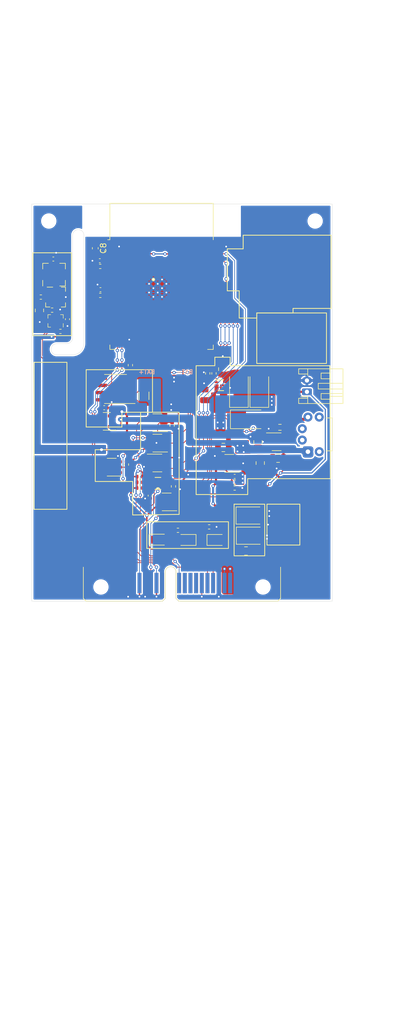
<source format=kicad_pcb>
(kicad_pcb (version 20211014) (generator pcbnew)
  (layers (0 "F.Cu" signal) (31 "B.Cu" signal) (34 "B.Paste" user) (35 "F.Paste" user) (36 "B.SilkS" user "B.Silkscreen") (37 "F.SilkS" user "F.Silkscreen") (38 "B.Mask" user) (39 "F.Mask" user) (44 "Edge.Cuts" user))
  (net 0 "")
  (net 1 "+3V3")
  (net 2 "GND")
  (net 3 "VBUS")
  (net 4 "/BAT")
  (net 5 "+BATT")
  (net 6 "Net-(C6-Pad1)")
  (net 7 "+5V")
  (net 8 "/~{ESP23_EN}")
  (net 9 "Net-(C11-Pad2)")
  (net 10 "Net-(C15-Pad1)")
  (net 11 "Net-(C17-Pad1)")
  (net 12 "/GBUS.DETECT")
  (net 15 "Net-(D1-Pad1)")
  (net 16 "Net-(D1-Pad2)")
  (net 17 "Net-(D2-Pad1)")
  (net 18 "Net-(D3-Pad2)")
  (net 19 "Net-(D6-Pad1)")
  (net 23 "/ESP_RXD0")
  (net 24 "/ESP_TXDO")
  (net 28 "/I2C_SDA")
  (net 29 "/I2C_SCL")
  (net 38 "/Bus/~{GBUS_5V_RESET}")
  (net 39 "/Bus/GBUS_5V_SCLK")
  (net 40 "/Bus/GBUS_5V_MISO")
  (net 41 "/Bus/GBUS_5V_SCL")
  (net 42 "/Bus/GBUS_5V_SDA")
  (net 47 "/Bus/~{GBUS_5V_INT}")
  (net 48 "/Bus/GBUS_5V_MOSI")
  (net 49 "/ESP32_IO0")
  (net 50 "Net-(R1-Pad1)")
  (net 51 "Net-(R3-Pad2)")
  (net 52 "Net-(R12-Pad2)")
  (net 53 "/~{RTC_INT}")
  (net 54 "Net-(R14-Pad2)")
  (net 55 "Net-(R15-Pad2)")
  (net 56 "/GBUS.~{RESET}")
  (net 57 "Net-(L1-Pad2)")
  (net 58 "/GBUS.~{INT}")
  (net 60 "/ESP32_IO14")
  (net 67 "/GBUS.CLK")
  (net 68 "/GBUS.MISO")
  (net 70 "/GBUS.SCL")
  (net 71 "/GBUS.SDA")
  (net 72 "/GBUS.MOSI")
  (net 73 "Net-(L2-Pad1)")
  (net 76 "Net-(U7-Pad1)")
  (net 77 "Net-(U7-Pad2)")
  (footprint "Capacitor_SMD:C_0805_2012Metric" (layer "F.Cu") (at 54.7 51.1 90)
    (fp_text reference "C6" hide)
    (fp_text value "10uF")
  )
  (footprint "Package_TO_SOT_SMD:SOT-23-5" (layer "F.Cu") (at 44.8 74.5 180)
    (fp_text reference "U11" hide)
    (fp_text value "SN74LV1T34DVBR")
  )
  (footprint "Resistor_SMD:R_0402_1005Metric" (layer "F.Cu") (at 40.0625 70.04 180)
    (fp_text reference "R21" hide)
    (fp_text value "10k")
  )
  (footprint "MountingHole:MountingHole_2.2mm_M2" (layer "F.Cu") (at 71 25)
    (fp_text reference "H2" hide)
    (fp_text value "MountingHole")
  )
  (footprint "Resistor_SMD:R_0402_1005Metric" (layer "F.Cu") (at 46.79 79.5 180)
    (fp_text reference "R2" hide)
    (fp_text value "330R")
  )
  (footprint "Capacitor_SMD:C_0805_2012Metric" (layer "F.Cu") (at 54.8 64.9 180)
    (fp_text reference "C9" hide)
    (fp_text value "10uF")
  )
  (footprint "Resistor_SMD:R_0402_1005Metric" (layer "F.Cu") (at 56.8 72.05)
    (fp_text reference "R8" hide)
    (fp_text value "22k")
  )
  (footprint "Diode_SMD:D_SMA" (layer "F.Cu") (at 57.55 54.44 90)
    (fp_text reference "D4" hide)
    (fp_text value "SS54")
  )
  (footprint "Sunlord:WPN252010U" (layer "F.Cu") (at 59.1125 67.7 -90)
    (fp_text reference "L2" hide)
    (fp_text value "2.2uH")
  )
  (footprint "Resistor_SMD:R_0603_1608Metric" (layer "F.Cu") (at 64.7875 61.35 180)
    (fp_text reference "R1" hide)
    (fp_text value "2k")
  )
  (footprint "Resistor_SMD:R_0402_1005Metric" (layer "F.Cu") (at 24.59 40.7 180)
    (fp_text reference "R14" hide)
    (fp_text value "10k")
  )
  (footprint "Package_TO_SOT_SMD:SOT-23" (layer "F.Cu") (at 34.2375 60.3 180)
    (fp_text reference "D7" hide)
    (fp_text value "BAV70")
  )
  (footprint "Diode_SMD:D_SMA" (layer "F.Cu") (at 59.45 59.94)
    (fp_text reference "D3" hide)
    (fp_text value "SS54")
  )
  (footprint "Capacitor_SMD:C_0805_2012Metric" (layer "F.Cu") (at 64.4625 66.8)
    (fp_text reference "C2" hide)
    (fp_text value "10uF")
  )
  (footprint "LED_SMD:LED_0805_2012Metric" (layer "F.Cu") (at 43.4 81.15)
    (fp_text reference "D2" hide)
    (fp_text value "LED")
  )
  (footprint "Capacitor_SMD:C_0402_1005Metric" (layer "F.Cu") (at 27.3 42.3 -90)
    (fp_text reference "C16" hide)
    (fp_text value "100nF")
  )
  (footprint "Package_SO:SOIC-8_3.9x4.9mm_P1.27mm" (layer "F.Cu") (at 35.78 54.6 180)
    (fp_text reference "U7" hide)
    (fp_text value "PCF8563T")
  )
  (footprint "Capacitor_Tantalum_SMD:CP_EIA-3528-12_Kemet-T" (layer "F.Cu") (at 59.5 76.9)
    (fp_text reference "C20" hide)
    (fp_text value "100uF")
  )
  (footprint "Package_TO_SOT_SMD:SOT-23-6" (layer "F.Cu") (at 64.2 63.9)
    (fp_text reference "U1" hide)
    (fp_text value "TP4057")
  )
  (footprint "XKB:XKB5858-X-E" (layer "F.Cu") (at 74.025 62.6 -90)
    (fp_text reference "SW1" hide)
    (fp_text value "SW_SPST")
  )
  (footprint "Texas_Instruments:PCA9306DCUR" (layer "F.Cu") (at 43.2625 71.24 180)
    (fp_text reference "U9" hide)
    (fp_text value "PCA9306DCUR" hide)
  )
  (footprint "Package_TO_SOT_SMD:TSOT-23-5" (layer "F.Cu") (at 55.85 67.7 180)
    (fp_text reference "U4" hide)
    (fp_text value "RT8059GJ5")
  )
  (footprint "LED_SMD:LED_0805_2012Metric" (layer "F.Cu") (at 48.3 81.2 180)
    (fp_text reference "D1" hide)
    (fp_text value "LED")
  )
  (footprint "Capacitor_SMD:C_0402_1005Metric" (layer "F.Cu") (at 33.12 37.1 180)
    (fp_text reference "C18" hide)
    (fp_text value "100nF")
  )
  (footprint "Resistor_SMD:R_0402_1005Metric" (layer "F.Cu") (at 52.05 51.85 90)
    (fp_text reference "R4" hide)
    (fp_text value "68k")
  )
  (footprint "ASAIR Sensors:AGS10" (layer "F.Cu") (at 24.93 34.45 90)
    (fp_text reference "U5" hide)
    (fp_text value "AGS10")
  )
  (footprint "Dongguan UMAX:3126-XXXX" (layer "F.Cu") (at 45.5 92 180)
    (fp_text reference "J10" hide)
    (fp_text value "3126-10200D")
  )
  (footprint "Resistor_SMD:R_0402_1005Metric" (layer "F.Cu") (at 22.6 38.4)
    (fp_text reference "R12" hide)
    (fp_text value "330R")
  )
  (footprint "Capacitor_SMD:C_0402_1005Metric" (layer "F.Cu") (at 56.8 70 180)
    (fp_text reference "C11" hide)
    (fp_text value "12pF")
  )
  (footprint "Resistor_SMD:R_0402_1005Metric" (layer "F.Cu") (at 45.7625 61.04 -90)
    (fp_text reference "R17" hide)
    (fp_text value "10k")
  )
  (footprint "RF_Module:ESP32-WROOM-32" (layer "F.Cu") (at 43.9 37.745)
    (fp_text reference "U3" hide)
    (fp_text value "ESP32-WROOM-32D")
  )
  (footprint "Resistor_SMD:R_0402_1005Metric" (layer "F.Cu") (at 37.7 67.91 90)
    (fp_text reference "R22" hide)
    (fp_text value "10k")
  )
  (footprint "Resistor_SMD:R_0402_1005Metric" (layer "F.Cu") (at 56.8 71 180)
    (fp_text reference "R7" hide)
    (fp_text value "100k")
  )
  (footprint "Capacitor_SMD:C_0402_1005Metric" (layer "F.Cu") (at 33.5 30.3 -90)
    (fp_text reference "C7" hide)
    (fp_text value "0.1uF")
  )
  (footprint "Capacitor_SMD:C_0805_2012Metric" (layer "F.Cu") (at 51.45 55.64 90)
    (fp_text reference "C4" hide)
    (fp_text value "10uF")
  )
  (footprint "Package_LGA:Bosch_LGA-8_2x2.5mm_P0.65mm_ClockwisePinNumbering" (layer "F.Cu") (at 25.2 42.6 180)
    (fp_text reference "U8" hide)
    (fp_text value "BMP280")
  )
  (footprint "Resistor_SMD:R_0402_1005Metric" (layer "F.Cu") (at 46 71.76 90)
    (fp_text reference "R16" hide)
    (fp_text value "450k")
  )
  (footprint "Capacitor_SMD:C_0805_2012Metric" (layer "F.Cu") (at 60.9125 63.95 90)
    (fp_text reference "C5" hide)
    (fp_text value "10uF")
  )
  (footprint "ASAIR Sensors:AHT20" (layer "F.Cu") (at 25.2 38.4)
    (fp_text reference "U6" hide)
    (fp_text value "AHT20")
  )
  (footprint "Sunlord:WPN252010U" (layer "F.Cu") (at 54.05 56.24)
    (fp_text reference "L1" hide)
    (fp_text value "1uH")
  )
  (footprint "Resistor_SMD:R_0402_1005Metric" (layer "F.Cu") (at 26.05 44.45 180)
    (fp_text reference "R15" hide)
    (fp_text value "10k")
  )
  (footprint "Resistor_SMD:R_0402_1005Metric" (layer "F.Cu") (at 52.3 78.9 180)
    (fp_text reference "R6" hide)
    (fp_text value "330R")
  )
  (footprint "Resistor_SMD:R_0402_1005Metric" (layer "F.Cu") (at 33.09 38.1 180)
    (fp_text reference "R20" hide)
    (fp_text value "10k")
  )
  (footprint "Diode_SMD:D_SMA" (layer "F.Cu") (at 61.15 54.44 90)
    (fp_text reference "D5" hide)
    (fp_text value "SS54")
  )
  (footprint "Crystal:Crystal_SMD_3215-2Pin_3.2x1.5mm" (layer "F.Cu") (at 40.8 55.8 90)
    (fp_text reference "Y1" hide)
    (fp_text value "32.768kHz")
  )
  (footprint "Package_TO_SOT_SMD:SOT-23-5" (layer "F.Cu") (at 35.1 68.38 180)
    (fp_text reference "U13" hide)
    (fp_text value "SN74LV1T34DVBR")
  )
  (footprint "Capacitor_SMD:C_0402_1005Metric" (layer "F.Cu") (at 33.78 57.9)
    (fp_text reference "C15" hide)
    (fp_text value "100nF")
  )
  (footprint "Connector_JST:JST_PH_S2B-PH-K_1x02_P2.00mm_Horizontal" (layer "F.Cu") (at 69.55 55.1 90)
    (fp_text reference "J4" hide)
    (fp_text value "Conn_01x02")
  )
  (footprint "Capacitor_SMD:C_0402_1005Metric" (layer "F.Cu") (at 41.9 73.39 -90)
    (fp_text reference "C17" hide)
    (fp_text value "100nF")
  )
  (footprint "Package_TO_SOT_SMD:SOT-23-5" (layer "F.Cu") (at 43.1625 60.54 180)
    (fp_text reference "U14" hide)
    (fp_text value "SN74LV1T34DVBR")
  )
  (footprint "Package_TO_SOT_SMD:SOT-23-5" (layer "F.Cu") (at 43.1625 64.14 180)
    (fp_text reference "U10" hide)
    (fp_text value "SN74LV1T34DVBR")
  )
  (footprint "MountingHole:MountingHole_2.2mm_M2" (layer "F.Cu") (at 24 25)
    (fp_text reference "H1" hide)
    (fp_text value "MountingHole")
  )
  (footprint "Resistor_SMD:R_0402_1005Metric" (layer "F.Cu") (at 33.08 33)
    (fp_text reference "R5" hide)
    (fp_text value "10k")
  )
  (footprint "Capacitor_SMD:C_0805_2012Metric" (layer "F.Cu") (at 58.8 83.15)
    (fp_text reference "C21" hide)
    (fp_text value "10uF")
  )
  (footprint "Package_TO_SOT_SMD:SOT-23-5" (layer "F.Cu") (at 43.1625 67.64)
    (fp_text reference "U12" hide)
    (fp_text value "SN74LV1T34DVBR")
  )
  (footprint "Resistor_SMD:R_0402_1005Metric" (layer "F.Cu") (at 40.0625 71.04 180)
    (fp_text reference "R19" hide)
    (fp_text value "10k")
  )
  (footprint "Resistor_SMD:R_0402_1005Metric" (layer "F.Cu") (at 38.4 50.4 -90)
    (fp_text reference "R13" hide)
    (fp_text value "10k")
  )
  (footprint "LED_SMD:LED_0805_2012Metric" (layer "F.Cu") (at 53.6 81.2)
    (fp_text reference "D6" hide)
    (fp_text value "LED")
  )
  (footprint "Capacitor_SMD:C_0402_1005Metric" (layer "F.Cu") (at 24.8 31.7)
    (fp_text reference "C13" hide)
    (fp_text value "100nF")
  )
  (footprint "Capacitor_SMD:C_0603_1608Metric" (layer "F.Cu") (at 32.2 29.8 -90)
    (fp_text reference "C8")
    (fp_text value "22uF")
  )
  (footprint "Resistor_SMD:R_0402_1005Metric" (layer "F.Cu") (at 53.15 51.85 -90)
    (fp_text reference "R3" hide)
    (fp_text value "510k")
  )
  (footprint "Capacitor_SMD:C_0402_1005Metric" (layer "F.Cu") (at 33 32 180)
    (fp_text reference "C10" hide)
    (fp_text value "1nF")
  )
  (footprint "Capacitor_SMD:C_0805_2012Metric" (layer "F.Cu") (at 22.35 40.75 -90)
    (fp_text reference "C14" hide)
    (fp_text value "10uF")
  )
  (footprint "Texas_Instruments:DRL0006A" (layer "F.Cu") (at 54.35 53.94)
    (fp_text reference "U2" hide)
    (fp_text value "TPS61023DRL" hide)
  )
  (footprint "Capacitor_SMD:C_0805_2012Metric" (layer "F.Cu") (at 61.3125 67.65 90)
    (fp_text reference "C12" hide)
    (fp_text value "10uF")
  )
  (footprint "Resistor_SMD:R_0402_1005Metric" (layer "F.Cu") (at 40.05 72.05 180)
    (fp_text reference "R18" hide)
    (fp_text value "200k")
  )
  (footprint "Capacitor_Tantalum_SMD:CP_EIA-3528-12_Kemet-T" (layer "F.Cu") (at 59.55 80.45)
    (fp_text reference "C19" hide)
    (fp_text value "100uF")
  )
  (footprint "Connector_Wire:SolderWire-2.5sqmm_1x01_D2.4mm_OD4.4mm" (layer "B.Cu") (at 41.8 54.75)
    (fp_text reference "J5" hide)
    (fp_text value "BAT")
  )
  (footprint "Connector_Wire:SolderWire-2.5sqmm_1x01_D2.4mm_OD4.4mm" (layer "B.Cu") (at 48.2 54.75)
    (fp_text reference "J8" hide)
    (fp_text value "BAT")
  )
  (gr_line (start 59.1 70.4) (end 59.1 73.2) (layer "F.SilkS") (width 0.1524))
  (gr_line (start 67.1 41.2) (end 60.7 41.2) (layer "F.SilkS") (width 0.1524))
  (gr_line (start 60.7 42.1) (end 57.6 42.1) (layer "F.SilkS") (width 0.1524))
  (gr_rect (start 41.3 78) (end 55.7 82.7) (layer "F.SilkS") (width 0.1524) (fill none))
  (gr_line (start 32.2 70.9) (end 32.2 65.3) (layer "F.SilkS") (width 0.1524))
  (gr_line (start 50 50.5) (end 53.3 50.5) (layer "F.SilkS") (width 0.1524))
  (gr_line (start 57.6 42.1) (end 57.6 37.3) (layer "F.SilkS") (width 0.1524))
  (gr_line (start 38.8 76.8) (end 38.8 70.9) (layer "F.SilkS") (width 0.1524))
  (gr_line (start 36.9 58.7) (end 36.9 61.3) (layer "F.SilkS") (width 0.1524))
  (gr_line (start 73.6 50.5) (end 73.7 70.4) (layer "F.SilkS") (width 0.1524))
  (gr_rect (start 21.2 30.6) (end 28 45.2) (layer "F.SilkS") (width 0.1524) (fill none))
  (gr_line (start 50 73.2) (end 50 50.5) (layer "F.SilkS") (width 0.1524))
  (gr_line (start 38.8 70.9) (end 32.2 70.9) (layer "F.SilkS") (width 0.1524))
  (gr_line (start 42.3 58.7) (end 36.9 58.7) (layer "F.SilkS") (width 0.1524))
  (gr_line (start 55.5 29.9) (end 58.3 29.9) (layer "F.SilkS") (width 0.1524))
  (gr_line (start 55.5 37.3) (end 55.5 29.9) (layer "F.SilkS") (width 0.1524))
  (gr_line (start 56 50.5) (end 73.6 50.5) (layer "F.SilkS") (width 0.1524))
  (gr_rect (start 62.5 74.9) (end 68.3 82.1) (layer "F.SilkS") (width 0.1524) (fill none))
  (gr_line (start 58.3 27.5) (end 73.8 27.5) (layer "F.SilkS") (width 0.1524))
  (gr_line (start 57.6 37.3) (end 55.5 37.3) (layer "F.SilkS") (width 0.1524))
  (gr_rect (start 60.7 41.2) (end 73 50.1) (layer "F.SilkS") (width 0.1524) (fill none))
  (gr_line (start 47 76.7) (end 38.8 76.8) (layer "F.SilkS") (width 0.1524))
  (gr_rect (start 21.4 49.9) (end 27.2 75.8) (layer "F.SilkS") (width 0.1524) (fill none))
  (gr_line (start 53.3 50.5) (end 53.3 49) (layer "F.SilkS") (width 0.1524))
  (gr_line (start 58.3 29.9) (end 58.3 27.5) (layer "F.SilkS") (width 0.1524))
  (gr_line (start 73.7 70.4) (end 59.1 70.4) (layer "F.SilkS") (width 0.1524))
  (gr_rect (start 56.7 74.9) (end 62.1 84) (layer "F.SilkS") (width 0.1524) (fill none))
  (gr_line (start 67.1 40.4) (end 67.1 41.2) (layer "F.SilkS") (width 0.1524))
  (gr_line (start 40.2 65.3) (end 40.2 58.7) (layer "F.SilkS") (width 0.1524))
  (gr_line (start 30.6 51.2) (end 42.3 51.2) (layer "F.SilkS") (width 0.1524))
  (gr_line (start 36.9 61.3) (end 30.6 61.3) (layer "F.SilkS") (width 0.1524))
  (gr_line (start 56 49) (end 56 50.5) (layer "F.SilkS") (width 0.1524))
  (gr_line (start 59.1 73.2) (end 50 73.2) (layer "F.SilkS") (width 0.1524))
  (gr_line (start 60.7 41.2) (end 60.7 42.1) (layer "F.SilkS") (width 0.1524))
  (gr_line (start 73.8 40.4) (end 67.1 40.4) (layer "F.SilkS") (width 0.1524))
  (gr_line (start 40.4 58.7) (end 47 58.7) (layer "F.SilkS") (width 0.1524))
  (gr_line (start 47 58.7) (end 47 76.7) (layer "F.SilkS") (width 0.1524))
  (gr_line (start 73.8 27.5) (end 73.8 40.4) (layer "F.SilkS") (width 0.1524))
  (gr_line (start 42.3 51.2) (end 42.3 58.7) (layer "F.SilkS") (width 0.1524))
  (gr_line (start 53.3 49) (end 56 49) (layer "F.SilkS") (width 0.1524))
  (gr_line (start 30.6 61.3) (end 30.6 51.2) (layer "F.SilkS") (width 0.1524))
  (gr_line (start 32.2 65.3) (end 40.2 65.3) (layer "F.SilkS") (width 0.1524))
  (gr_line (start 21 92) (end 44.1 92) (layer "Edge.Cuts") (width 0.05))
  (gr_line (start 44.1 92) (end 44.6 91.5) (layer "Edge.Cuts") (width 0.05))
  (gr_arc locked (start 25.351225 48.6) (mid 24.4 47.6) (end 25.351225 46.6) (layer "Edge.Cuts") (width 0.05))
  (gr_arc (start 28.2 27.451225) (mid 29.2 26.5) (end 30.2 27.451225) (layer "Edge.Cuts") (width 0.05))
  (gr_arc (start 44.6 86.8) (mid 45.5 85.9) (end 46.4 86.8) (layer "Edge.Cuts") (width 0.05))
  (gr_line (start 74 92) (end 74 22) (layer "Edge.Cuts") (width 0.05))
  (gr_line (start 30.2 27.451225) (end 30.2 46.6) (layer "Edge.Cuts") (width 0.05))
  (gr_line (start 44.6 91.5) (end 44.6 86.8) (layer "Edge.Cuts") (width 0.05))
  (gr_line (start 28.2 45.6) (end 28.2 27.451225) (layer "Edge.Cuts") (width 0.05))
  (gr_arc (start 28.2 45.6) (mid 27.857107 46.327817) (end 27.1 46.6) (layer "Edge.Cuts") (width 0.05))
  (gr_line (start 21 22) (end 21 92) (layer "Edge.Cuts") (width 0.05))
  (gr_line (start 74 22) (end 21 22) (layer "Edge.Cuts") (width 0.05))
  (gr_arc (start 30.2 46.6) (mid 29.564214 48.034924) (end 28.1 48.6) (layer "Edge.Cuts") (width 0.05))
  (gr_line (start 25.351225 48.6) (end 28.1 48.6) (layer "Edge.Cuts") (width 0.05))
  (gr_line (start 46.4 91.5) (end 46.9 92) (layer "Edge.Cuts") (width 0.05))
  (gr_line (start 46.9 92) (end 74 92) (layer "Edge.Cuts") (width 0.05))
  (gr_line (start 25.351225 46.6) (end 27.1 46.6) (layer "Edge.Cuts") (width 0.05))
  (gr_line (start 46.4 86.8) (end 46.4 91.5) (layer "Edge.Cuts") (width 0.05))
  (gr_text "BAT-" (at 48 51.6) (layer "B.SilkS") (effects (font (size 0.75 0.75) (thickness 0.1524)) (justify mirror)))
  (gr_text "BAT+" (at 41.3 51.6) (layer "B.SilkS") (effects (font (size 0.75 0.75) (thickness 0.1524)) (justify mirror)))
  (segment (start 39.265 30.765) (end 36.6 28.1) (width 0.2032) (layer "F.Cu") (net 1))
  (segment (start 38.4 49.89) (end 39.43 49.89) (width 0.127) (layer "F.Cu") (net 1))
  (segment (start 61.2125 68.7) (end 61.3125 68.6) (width 0.381) (layer "F.Cu") (net 1))
  (segment (start 47 66.7) (end 46.99 66.69) (width 0.254) (layer "F.Cu") (net 1))
  (segment (start 37.1 65.3) (end 35.1 65.3) (width 0.381) (layer "F.Cu") (net 1))
  (segment (start 27.873 43.710475) (end 27.873 42.3) (width 0.254) (layer "F.Cu") (net 1))
  (segment (start 42.465 30.765) (end 39.265 30.765) (width 0.2032) (layer "F.Cu") (net 1))
  (segment (start 54.6 81.1375) (end 54.6 77.7) (width 0.127) (layer "F.Cu") (net 1))
  (segment (start 45.31 71.49) (end 45.55 71.25) (width 0.127) (layer "F.Cu") (net 1))
  (segment (start 37.8 64.6) (end 37.1 65.3) (width 0.381) (layer "F.Cu") (net 1))
  (segment (start 22.09 38.4) (end 22.09 34.67) (width 0.254) (layer "F.Cu") (net 1))
  (segment (start 27.3 41.82) (end 27.3 40) (width 0.254) (layer "F.Cu") (net 1))
  (segment (start 30.9 32.8) (end 31.1 33) (width 0.2032) (layer "F.Cu") (net 1))
  (segment (start 24.32 31.7) (end 24.32 30) (width 0.254) (layer "F.Cu") (net 1))
  (segment (start 63.1 68.6) (end 61.3125 68.6) (width 0.381) (layer "F.Cu") (net 1))
  (segment (start 35.175 59.35) (end 35.925 58.6) (width 0.127) (layer "F.Cu") (net 1))
  (segment (start 25.1 40.5) (end 25.6 40) (width 0.127) (layer "F.Cu") (net 1))
  (segment (start 30.9 28.8) (end 30.9 31.1) (width 0.2032) (layer "F.Cu") (net 1))
  (segment (start 50.6 32) (end 49.4 30.8) (width 0.2032) (layer "F.Cu") (net 1))
  (segment (start 33.9625 69.33) (end 34.27 69.33) (width 0.127) (layer "F.Cu") (net 1))
  (segment (start 66.8625 73.5625) (end 66.8625 72.3625) (width 0.381) (layer "F.Cu") (net 1))
  (segment (start 24.875 41.325) (end 25.1 41.1) (width 0.127) (layer "F.Cu") (net 1))
  (segment (start 25.1 41.1) (end 25.1 40.7) (width 0.127) (layer "F.Cu") (net 1))
  (segment (start 27.393 41.82) (end 27.3 41.82) (width 0.254) (layer "F.Cu") (net 1))
  (segment (start 24.5 45.4) (end 26.1 45.4) (width 0.2032) (layer "F.Cu") (net 1))
  (segment (start 52.4 75.5) (end 52.4 73.6) (width 0.127) (layer "F.Cu") (net 1))
  (segment (start 26.1 45.4) (end 26.56 44.94) (width 0.2032) (layer "F.Cu") (net 1))
  (segment (start 66.825 73.6) (end 66.8625 73.5625) (width 0.127) (layer "F.Cu") (net 1))
  (segment (start 35.1 68.5) (end 35.1 65.3) (width 0.127) (layer "F.Cu") (net 1))
  (segment (start 54.6 77.7) (end 52.4 75.5) (width 0.127) (layer "F.Cu") (net 1))
  (segment (start 27.133475 44.45) (end 27.873 43.710475) (width 0.254) (layer "F.Cu") (net 1))
  (segment (start 31.5 33) (end 32.57 33) (width 0.2032) (layer "F.Cu") (net 1))
  (segment (start 35.1 65.3) (end 33.3 65.3) (width 0.381) (layer "F.Cu") (net 1))
  (segment (start 48.26 49.91) (end 48.35 49.82) (width 0.2032) (layer "F.Cu") (net 1))
  (segment (start 22.1 38.41) (end 22.09 38.4) (width 0.254) (layer "F.Cu") (net 1))
  (segment (start 49.68 49.82) (end 50.6 48.9) (width 0.2032) (layer "F.Cu") (net 1))
  (segment (start 31.5 33) (end 31.5 38.1) (width 0.2032) (layer "F.Cu") (net 1))
  (segment (start 27.28 41.8) (end 27.3 41.82) (width 0.254) (layer "F.Cu") (net 1))
  (segment (start 22.35 39.8) (end 22.1 39.55) (width 0.254) (layer "F.Cu") (net 1))
  (segment (start 27.7 38.9) (end 27.3 39.3) (width 0.254) (layer "F.Cu") (net 1))
  (segment (start 36.6 28.1) (end 31.6 28.1) (width 0.2032) (layer "F.Cu") (net 1))
  (segment (start 24.875 41.8) (end 24.875 41.325) (width 0.127) (layer "F.Cu") (net 1))
  (segment (start 26.175 41.8) (end 27.28 41.8) (width 0.254) (layer "F.Cu") (net 1))
  (segment (start 48.6 69.7) (end 47.05 71.25) (width 0.254) (layer "F.Cu") (net 1))
  (segment (start 25.6 40) (end 27.3 40) (width 0.127) (layer "F.Cu") (net 1))
  (segment (start 45.8125 61.6) (end 45.7625 61.55) (width 0.254) (layer "F.Cu") (net 1))
  (segment (start 30.9 31.1) (end 30.9 30.575) (width 0.2032) (layer "F.Cu") (net 1))
  (segment (start 39.45 49.91) (end 48.26 49.91) (width 0.2032) (layer "F.Cu") (net 1))
  (segment (start 24.32 30) (end 27.7 30) (width 0.254) (layer "F.Cu") (net 1))
  (segment (start 25.1 40.7) (end 25.1 40.5) (width 0.127) (layer "F.Cu") (net 1))
  (segment (start 37.2 58.6) (end 37.8 59.2) (width 0.381) (layer "F.Cu") (net 1))
  (segment (start 27.873 42.3) (end 27.393 41.82) (width 0.254) (layer "F.Cu") (net 1))
  (segment (start 26.56 44.94) (end 26.56 44.45) (width 0.2032) (layer "F.Cu") (net 1))
  (segment (start 34.27 69.33) (end 35.1 68.5) (width 0.127) (layer "F.Cu") (net 1))
  (segment (start 23.66 32.36) (end 24.32 31.7) (width 0.254) (layer "F.Cu") (net 1))
  (segment (start 47.7 51.2) (end 48.35 50.55) (width 0.254) (layer "F.Cu") (net 1))
  (segment (start 46.9 61.6) (end 45.8125 61.6) (width 0.254) (layer "F.Cu") (net 1))
  (segment (start 47.7 57.1) (end 47.7 51.2) (width 0.254) (layer "F.Cu") (net 1))
  (segment (start 50.6 48.9) (end 50.6 32) (width 0.2032) (layer "F.Cu") (net 1))
  (segment (start 36.9 58.6) (end 37.2 58.6) (width 0.381) (layer "F.Cu") (net 1))
  (segment (start 49.4 30.8) (end 44.5 30.8) (width 0.2032) (layer "F.Cu") (net 1))
  (segment (start 23.66 33.1) (end 23.66 32.36) (width 0.254) (layer "F.Cu") (net 1))
  (segment (start 32.58 38.1) (end 31.5 38.1) (width 0.2032) (layer "F.Cu") (net 1))
  (segment (start 54.5375 81.2) (end 54.6 81.1375) (width 0.127) (layer "F.Cu") (net 1))
  (segment (start 46.99 66.69) (end 44.3 66.69) (width 0.254) (layer "F.Cu") (net 1))
  (segment (start 47.05 71.25) (end 46 71.25) (width 0.254) (layer "F.Cu") (net 1))
  (segment (start 42.5 30.8) (end 42.465 30.765) (width 0.2032) (layer "F.Cu") (net 1))
  (segment (start 66.8625 77.06) (end 66.8625 73.5625) (width 0.381) (layer "F.Cu") (net 1))
  (segment (start 27.3 39.3) (end 27.3 40) (width 0.254) (layer "F.Cu") (net 1))
  (segment (start 31.1 33) (end 31.5 33) (width 0.2032) (layer "F.Cu") (net 1))
  (segment (start 48.35 49.82) (end 49.68 49.82) (width 0.2032) (layer "F.Cu") (net 1))
  (segment (start 22.1 39.55) (end 22.1 38.41) (width 0.254) (layer "F.Cu") (net 1))
  (segment (start 48.35 50.55) (end 48.35 49.82) (width 0.254) (layer "F.Cu") (net 1))
  (segment (start 31.6 28.1) (end 30.9 28.8) (width 0.2032) (layer "F.Cu") (net 1))
  (segment (start 37.8 59.2) (end 37.8 64.6) (width 0.381) (layer "F.Cu") (net 1))
  (segment (start 26.56 44.45) (end 27.133475 44.45) (width 0.254) (layer "F.Cu") (net 1))
  (segment (start 45.55 71.25) (end 46 71.25) (width 0.127) (layer "F.Cu") (net 1))
  (segment (start 30.9 32.8) (end 30.9 31.1) (width 0.2032) (layer "F.Cu") (net 1))
  (segment (start 46.9 57.9) (end 47.7 57.1) (width 0.254) (layer "F.Cu") (net 1))
  (segment (start 66.8625 72.3625) (end 63.1 68.6) (width 0.381) (layer "F.Cu") (net 1))
  (segment (start 27.7 30) (end 27.7 38.9) (width 0.254) (layer "F.Cu") (net 1))
  (segment (start 22.09 34.67) (end 23.66 33.1) (width 0.254) (layer "F.Cu") (net 1))
  (segment (start 46.9 61.6) (end 46.9 57.9) (width 0.254) (layer "F.Cu") (net 1))
  (segment (start 39.43 49.89) (end 39.45 49.91) (width 0.127) (layer "F.Cu") (net 1))
  (segment (start 44.6341 71.49) (end 45.31 71.49) (width 0.127) (layer "F.Cu") (net 1))
  (segment (start 30.9 30.575) (end 32.2 30.575) (width 0.2032) (layer "F.Cu") (net 1))
  (segment (start 35.925 58.6) (end 36.9 58.6) (width 0.127) (layer "F.Cu") (net 1))
  (segment (start 52.4 73.6) (end 66.825 73.6) (width 0.127) (layer "F.Cu") (net 1))
  (segment (start 59.1125 68.7) (end 61.2125 68.7) (width 0.381) (layer "F.Cu") (net 1))
  (via (at 36.9 58.6) (size 1.3) (drill 0.5) (layers "F.Cu" "B.Cu") (net 1))
  (via (at 58.2 70.4) (size 0.6) (drill 0.3) (layers "F.Cu" "B.Cu") (net 1))
  (via (at 42.5 30.8) (size 0.6) (drill 0.3) (layers "F.Cu" "B.Cu") (net 1))
  (via (at 58.2 71.1) (size 0.6) (drill 0.3) (layers "F.Cu" "B.Cu") (net 1))
  (via (at 47 66.7) (size 0.6) (drill 0.3) (layers "F.Cu" "B.Cu") (net 1))
  (via (at 33.3 65.3) (size 1.3) (drill 0.5) (layers "F.Cu" "B.Cu") (net 1))
  (via (at 46.9 61.6) (size 0.6) (drill 0.3) (layers "F.Cu" "B.Cu") (net 1))
  (via (at 44.5 30.8) (size 0.6) (drill 0.3) (layers "F.Cu" "B.Cu") (net 1))
  (via (at 58.2 69.7) (size 0.6) (drill 0.3) (layers "F.Cu" "B.Cu") (net 1))
  (via (at 24.5 45.4) (size 0.6) (drill 0.3) (layers "F.Cu" "B.Cu") (net 1))
  (via (at 48.6 69.7) (size 0.6) (drill 0.3) (layers "F.Cu" "B.Cu") (net 1))
  (segment (start 22.1 46.4) (end 23.1 45.4) (width 0.2032) (layer "B.Cu") (net 1))
  (segment (start 44.5 30.8) (end 42.5 30.8) (width 0.2032) (layer "B.Cu") (net 1))
  (segment (start 23.1 45.4) (end 24.5 45.4) (width 0.2032) (layer "B.Cu") (net 1))
  (segment (start 32.64 37.1) (end 32.64 36.24) (width 0.127) (layer "F.Cu") (net 2))
  (segment (start 34.6 57.9) (end 35.1 57.4) (width 0.127) (layer "F.Cu") (net 2))
  (segment (start 51.674468 51.34) (end 51.357234 51.657234) (width 0.127) (layer "F.Cu") (net 2))
  (segment (start 63.5125 66.8) (end 64.2 67.4875) (width 0.127) (layer "F.Cu") (net 2))
  (segment (start 51 88.8) (end 51 91.2) (width 0.127) (layer "F.Cu") (net 2))
  (segment (start 25.3 30.6) (end 25.28 30.62) (width 0.254) (layer "F.Cu") (net 2))
  (segment (start 52.05 51.34) (end 51.674468 51.34) (width 0.127) (layer "F.Cu") (net 2))
  (segment (start 26.175 43.175) (end 26.175 43.4) (width 0.254) (layer "F.Cu") (net 2))
  (segment (start 43.41 63.19) (end 43.2 63.4) (width 0.2032) (layer "F.Cu") (net 2))
  (segment (start 26 40.9) (end 26 40.6) (width 0.254) (layer "F.Cu") (net 2))
  (segment (start 47.17 72.27) (end 46 72.27) (width 0.127) (layer "F.Cu") (net 2))
  (segment (start 55.960001 54.439999) (end 55.090001 54.439999) (width 0.127) (layer "F.Cu") (net 2))
  (segment (start 41 88.8) (end 41 91.2) (width 0.127) (layer "F.Cu") (net 2))
  (segment (start 63.05 61.35) (end 62.8 61.6) (width 0.127) (layer "F.Cu") (net 2))
  (segment (start 56 54.4) (end 55.960001 54.439999) (width 0.127) (layer "F.Cu") (net 2))
  (segment (start 45.390001 71.990001) (end 45.67 72.27) (width 0.127) (layer "F.Cu") (net 2))
  (segment (start 38 88.8) (end 38 91.2) (width 0.127) (layer "F.Cu") (net 2))
  (segment (start 53.9 65.8) (end 53.3 66.4) (width 0.127) (layer "F.Cu") (net 2))
  (segment (start 32.64 36.24) (end 32.6 36.2) (width 0.127) (layer "F.Cu") (net 2))
  (segment (start 64.2 67.4875) (end 64.2 68.6) (width 0.127) (layer "F.Cu") (net 2))
  (segment (start 60.9125 63) (end 59.6 63) (width 0.127) (layer "F.Cu") (net 2))
  (segment (start 22.35 42.75) (end 22.4 42.8) (width 0.254) (layer "F.Cu") (net 2))
  (segment (start 25.28 31.7) (end 25.65 31.7) (width 0.254) (layer "F.Cu") (net 2))
  (segment (start 56.9875 67.7) (end 58.3 67.7) (width 0.127) (layer "F.Cu") (net 2))
  (segment (start 25.525 41.8) (end 25.525 42.525) (width 0.254) (layer "F.Cu") (net 2))
  (segment (start 25.28 30.62) (end 25.28 31.7) (width 0.254) (layer "F.Cu") (net 2))
  (segment (start 45.67 72.27) (end 46 72.27) (width 0.127) (layer "F.Cu") (net 2))
  (segment (start 44.6341 71.990001) (end 45.390001 71.990001) (width 0.127) (layer "F.Cu") (net 2))
  (segment (start 38.19 45.91) (end 38.2 45.9) (width 0.127) (layer "F.Cu") (net 2))
  (segment (start 63.4125 66.7) (end 63.5125 66.8) (width 0.127) (layer "F.Cu") (net 2))
  (segment (start 41.09 68.59) (end 40.8 68.3) (width 0.2032) (layer "F.Cu") (net 2))
  (segment (start 34.26 57.9) (end 34.6 57.9) (width 0.127) (layer "F.Cu") (net 2))
  (segment (start 51.45 54.69) (end 51.4 54.64) (width 0.127) (layer "F.Cu") (net 2))
  (segment (start 27.3 42.78) (end 27.3 43.5) (width 0.254) (layer "F.Cu") (net 2))
  (segment (start 25.65 31.7) (end 26.2 32.25) (width 0.254) (layer "F.Cu") (net 2))
  (segment (start 54 88.8) (end 54 91.2) (width 0.127) (layer "F.Cu") (net 2))
  (segment (start 43 63.6) (end 43 64.1) (width 0.2032) (layer "F.Cu") (net 2))
  (segment (start 22.35 41.7) (end 22.35 42.75) (width 0.254) (layer "F.Cu") (net 2))
  (segment (start 63.0625 63.9) (end 61.8 63.9) (width 0.127) (layer "F.Cu") (net 2))
  (segment (start 38.19 47.255) (end 38.19 45.91) (width 0.127) (layer "F.Cu") (net 2))
  (segment (start 26.78 43.5) (end 26.68 43.4) (width 0.254) (layer "F.Cu") (net 2))
  (segment (start 32.52 32) (end 31.7 32) (width 0.2032) (layer "F.Cu") (net 2))
  (segment (start 43 88.8) (end 43 91.2) (width 0.2032) (layer "F.Cu") (net 2))
  (segment (start 52.81 78.9) (end 53.6 78.9) (width 0.127) (layer "F.Cu") (net 2))
  (segment (start 45.9375 73.55) (end 45.9375 72.3325) (width 0.127) (layer "F.Cu") (net 2))
  (segment (start 63.9625 61.35) (end 63.05 61.35) (width 0.127) (layer "F.Cu") (net 2))
  (segment (start 36.2375 67.43) (end 36.2375 66.4375) (width 0.127) (layer "F.Cu") (net 2))
  (segment (start 43.2 63.4) (end 43 63.6) (width 0.2032) (layer "F.Cu") (net 2))
  (segment (start 25.525 41.375) (end 26 40.9) (width 0.254) (layer "F.Cu") (net 2))
  (segment (start 54.7 50.15) (end 54.7 48.8) (width 0.127) (layer "F.Cu") (net 2))
  (segment (start 27.3 43.5) (end 26.78 43.5) (width 0.254) (layer "F.Cu") (net 2))
  (segment (start 41 73.9) (end 41.03 73.87) (width 0.127) (layer "F.Cu") (net 2))
  (segment (start 26.2 32.25) (end 26.2 33.1) (width 0.254) (layer "F.Cu") (net 2))
  (segment (start 42.025 68.59) (end 41.09 68.59) (width 0.2032) (layer "F.Cu") (net 2))
  (segment (start 25.525 42.525) (end 26.175 43.175) (width 0.254) (layer "F.Cu") (net 2))
  (segment (start 51.4 54.64) (end 51.4 53.6) (width 0.127) (layer "F.Cu") (net 2))
  (segment (start 36.405 29.495) (end 35.15 29.495) (width 0.254) (layer "F.Cu") (net 2))
  (segment (start 25.525 41.8) (end 25.525 41.375) (width 0.254) (layer "F.Cu") (net 2))
  (segment (start 61.3125 66.7) (end 63.4125 66.7) (width 0.127) (layer "F.Cu") (net 2))
  (segment (start 53.85 64.9) (end 53.9 64.95) (width 0.127) (layer "F.Cu") (net 2))
  (segment (start 35.1 57.4) (end 35.1 56.9) (width 0.127) (layer "F.Cu") (net 2))
  (segment (start 36.2375 66.4375) (end 36.2 66.4) (width 0.127) (layer "F.Cu") (net 2))
  (segment (start 55.295 29.495) (end 52.65 29.495) (width 0.2032) (layer "F.Cu") (net 2))
  (segment (start 45.9375 72.3325) (end 46 72.27) (width 0.127) (layer "F.Cu") (net 2))
  (segment (start 26.2 38.4) (end 27 38.4) (width 0.254) (layer "F.Cu") (net 2))
  (segment (start 53.9 64.95) (end 53.9 65.8) (width 0.127) (layer "F.Cu") (net 2))
  (segment (start 40 88.8) (end 40 91.2) (width 0.2032) (layer "F.Cu") (net 2))
  (segment (start 58.15 72.05) (end 57.31 72.05) (width 0.127) (layer "F.Cu") (net 2))
  (segment (start 55.3 29.5) (end 55.295 29.495) (width 0.2032) (layer "F.Cu") (net 2))
  (segment (start 44.3 63.19) (end 43.41 63.19) (width 0.2032) (layer "F.Cu") (net 2))
  (segment (start 41.03 73.87) (end 41.9 73.87) (width 0.127) (layer "F.Cu") (net 2))
  (segment (start 26.175 43.4) (end 26.68 43.4) (width 0.254) (layer "F.Cu") (net 2))
  (via (at 31.7 32) (size 0.6) (drill 0.3) (layers "F.Cu" "B.Cu") (net 2))
  (via (at 61.8 63.9) (size 0.6) (drill 0.3) (layers "F.Cu" "B.Cu") (net 2))
  (via (at 53.3 66.4) (size 0.6) (drill 0.3) (layers "F.Cu" "B.Cu") (net 2))
  (via (at 54 91.2) (size 0.6) (drill 0.3) (layers "F.Cu" "B.Cu") (net 2))
  (via (at 40.8 68.3) (size 0.6) (drill 0.3) (layers "F.Cu" "B.Cu") (net 2))
  (via (at 22.4 42.8) (size 0.6) (drill 0.3) (layers "F.Cu" "B.Cu") (net 2))
  (via (at 43 91.2) (size 0.6) (drill 0.3) (layers "F.Cu" "B.Cu") (net 2))
  (via (at 38.2 45.9) (size 0.6) (drill 0.3) (layers "F.Cu" "B.Cu") (net 2))
  (via (at 51.357234 51.657234) (size 0.6) (drill 0.3) (layers "F.Cu" "B.Cu") (net 2))
  (via (at 64.2 68.6) (size 0.6) (drill 0.3) (layers "F.Cu" "B.Cu") (net 2))
  (via (at 27 38.4) (size 0.6) (drill 0.3) (layers "F.Cu" "B.Cu") (net 2))
  (via (at 46.1 52.6) (size 0.6) (drill 0.3) (layers "F.Cu" "B.Cu") (net 2))
  (via (at 58.15 72.05) (size 0.6) (drill 0.3) (layers "F.Cu" "B.Cu") (net 2))
  (via (at 27.3 43.5) (size 0.6) (drill 0.3) (layers "F.Cu" "B.Cu") (net 2))
  (via (at 55.3 29.5) (size 0.6) (drill 0.3) (layers "F.Cu" "B.Cu") (net 2))
  (via (at 36.405 29.495) (size 0.6) (drill 0.3) (layers "F.Cu" "B.Cu") (net 2))
  (via (at 36.2 66.4) (size 0.6) (drill 0.3) (layers "F.Cu" "B.Cu") (net 2))
  (via (at 46.1 53.3) (size 0.6) (drill 0.3) (layers "F.Cu" "B.Cu") (net 2))
  (via (at 59.6 63) (size 0.6) (drill 0.3) (layers "F.Cu" "B.Cu") (net 2))
  (via (at 25.3 30.6) (size 0.6) (drill 0.3) (layers "F.Cu" "B.Cu") (net 2))
  (via (at 62.7 78.5) (size 0.6) (drill 0.3) (layers "F.Cu" "B.Cu") (net 2))
  (via (at 35.1 56.9) (size 0.6) (drill 0.3) (layers "F.Cu" "B.Cu") (net 2))
  (via (at 45.6 58.3) (size 0.6) (drill 0.3) (layers "F.Cu" "B.Cu") (net 2))
  (via (at 58.3 67.7) (size 0.6) (drill 0.3) (layers "F.Cu" "B.Cu") (net 2))
  (via (at 43 64.1) (size 0.6) (drill 0.3) (layers "F.Cu" "B.Cu") (net 2))
  (via (at 51 91.2) (size 0.6) (drill 0.3) (layers "F.Cu" "B.Cu") (net 2))
  (via (at 32.6 36.2) (size 0.6) (drill 0.3) (layers "F.Cu" "B.Cu") (net 2))
  (via (at 38 91.2) (size 0.6) (drill 0.3) (layers "F.Cu" "B.Cu") (net 2))
  (via (at 51.4 53.6) (size 0.6) (drill 0.3) (layers "F.Cu" "B.Cu") (net 2))
  (via (at 26 40.6) (size 0.6) (drill 0.3) (layers "F.Cu" "B.Cu") (net 2))
  (via (at 41 91.2) (size 0.6) (drill 0.3) (layers "F.Cu" "B.Cu") (net 2))
  (via (at 62.8 61.6) (size 0.6) (drill 0.3) (layers "F.Cu" "B.Cu") (net 2))
  (via (at 54.7 48.8) (size 0.6) (drill 0.3) (layers "F.Cu" "B.Cu") (net 2))
  (via (at 56 54.4) (size 0.6) (drill 0.3) (layers "F.Cu" "B.Cu") (net 2))
  (via (at 41 73.9) (size 0.6) (drill 0.3) (layers "F.Cu" "B.Cu") (net 2))
  (via (at 62.5 81) (size 0.6) (drill 0.3) (layers "F.Cu" "B.Cu") (net 2))
  (via (at 53.6 78.9) (size 0.6) (drill 0.3) (layers "F.Cu" "B.Cu") (net 2))
  (via (at 62.9 77) (size 0.6) (drill 0.3) (layers "F.Cu" "B.Cu") (net 2))
  (via (at 62.5 80.4) (size 0.6) (drill 0.3) (layers "F.Cu" "B.Cu") (net 2))
  (via (at 62.9 76.1) (size 0.6) (drill 0.3) (layers "F.Cu" "B.Cu") (net 2))
  (via (at 45.6 57.3) (size 0.6) (drill 0.3) (layers "F.Cu" "B.Cu") (net 2))
  (via (at 47.17 72.27) (size 0.6) (drill 0.3) (layers "F.Cu" "B.Cu") (net 2))
  (via (at 40 91.2) (size 0.6) (drill 0.3) (layers "F.Cu" "B.Cu") (net 2))
  (segment (start 43.9825 38.36) (end 44.745 37.5975) (width 0.2032) (layer "B.Cu") (net 2))
  (segment (start 42.4575 38.36) (end 43.9825 38.36) (width 0.2032) (layer "B.Cu") (net 2))
  (segment (start 44.745 36.0725) (end 43.9825 35.31) (width 0.2032) (layer "B.Cu") (net 2))
  (segment (start 42.4575 35.31) (end 43.9825 35.31) (width 0.2032) (layer "B.Cu") (net 2))
  (segment (start 42 88.8) (end 41.9 88.7) (width 0.127) (layer "B.Cu") (net 2))
  (segment (start 41.695 36.0725) (end 43.22 37.5975) (width 0.2032) (layer "B.Cu") (net 2))
  (segment (start 43.9825 36.835) (end 43.22 37.5975) (width 0.2032) (layer "B.Cu") (net 2))
  (segment (start 43.9825 36.835) (end 44.745 37.5975) (width 0.2032) (layer "B.Cu") (net 2))
  (segment (start 43.22 37.5975) (end 41.695 37.5975) (width 0.2032) (layer "B.Cu") (net 2))
  (segment (start 43.22 36.0725) (end 41.695 37.5975) (width 0.2032) (layer "B.Cu") (net 2))
  (segment (start 43.9825 36.835) (end 44.745 36.0725) (width 0.2032) (layer "B.Cu") (net 2))
  (segment (start 43.22 36.0725) (end 43.9825 35.31) (width 0.2032) (layer "B.Cu") (net 2))
  (segment (start 43.22 37.5975) (end 42.4575 38.36) (width 0.2032) (layer "B.Cu") (net 2))
  (segment (start 41.695 36.0725) (end 41.695 37.5975) (width 0.2032) (layer "B.Cu") (net 2))
  (segment (start 43.22 37.5975) (end 43.9825 38.36) (width 0.2032) (layer "B.Cu") (net 2))
  (segment (start 44.745 36.0725) (end 44.745 37.5975) (width 0.2032) (layer "B.Cu") (net 2))
  (segment (start 43.22 37.5975) (end 44.745 37.5975) (width 0.2032) (layer "B.Cu") (net 2))
  (segment (start 43.22 36.0725) (end 43.22 37.5975) (width 0.2032) (layer "B.Cu") (net 2))
  (segment (start 43.9825 36.835) (end 42.4575 35.31) (width 0.2032) (layer "B.Cu") (net 2))
  (segment (start 42.4575 36.835) (end 43.9825 36.835) (width 0.2032) (layer "B.Cu") (net 2))
  (segment (start 41.695 36.0725) (end 42.4575 35.31) (width 0.2032) (layer "B.Cu") (net 2))
  (segment (start 41.695 37.5975) (end 42.4575 38.36) (width 0.2032) (layer "B.Cu") (net 2))
  (segment (start 50.9 73.1) (end 46.3 77.7) (width 0.2032) (layer "F.Cu") (net 3))
  (segment (start 65.4125 68.8875) (end 64.9 69.4) (width 0.2032) (layer "F.Cu") (net 3))
  (segment (start 62.74 52.44) (end 65.4 55.1) (width 0.381) (layer "F.Cu") (net 3))
  (segment (start 65.4 55.1) (end 69.55 55.1) (width 0.381) (layer "F.Cu") (net 3))
  (segment (start 65.4125 66.8) (end 65.4125 68.8875) (width 0.2032) (layer "F.Cu") (net 3))
  (segment (start 46.3 79.48) (end 46.28 79.5) (width 0.2032) (layer "F.Cu") (net 3))
  (segment (start 65.4125 66.8) (end 65.4125 64.925) (width 0.381) (layer "F.Cu") (net 3))
  (segment (start 46.3 77.7) (end 46.3 79.48) (width 0.2032) (layer "F.Cu") (net 3))
  (segment (start 65.4125 64.925) (end 65.3375 64.85) (width 0.381) (layer "F.Cu") (net 3))
  (segment (start 61.15 52.44) (end 62.74 52.44) (width 0.381) (layer "F.Cu") (net 3))
  (segment (start 63 71.3) (end 61.2 73.1) (width 0.2032) (layer "F.Cu") (net 3))
  (segment (start 61.2 73.1) (end 50.9 73.1) (width 0.2032) (layer "F.Cu") (net 3))
  (via (at 64.9 69.4) (size 0.6) (drill 0.3) (layers "F.Cu" "B.Cu") (net 3))
  (via (at 63 71.3) (size 0.6) (drill 0.3) (layers "F.Cu" "B.Cu") (net 3))
  (segment (start 64.9 69.4) (end 63 71.3) (width 0.2032) (layer "B.Cu") (net 3))
  (segment (start 72.8 58.2) (end 69.7 55.1) (width 0.2032) (layer "B.Cu") (net 3))
  (segment (start 70.4 69.4) (end 72.8 67) (width 0.2032) (layer "B.Cu") (net 3))
  (segment (start 64.9 69.4) (end 70.4 69.4) (width 0.2032) (layer "B.Cu") (net 3))
  (segment (start 69.7 55.1) (end 69.55 55.1) (width 0.2032) (layer "B.Cu") (net 3))
  (segment (start 72.8 67) (end 72.8 58.2) (width 0.2032) (layer "B.Cu") (net 3))
  (segment (start 35.175 61.25) (end 36.25 61.25) (width 0.127) (layer "F.Cu") (net 5))
  (segment (start 36.25 61.25) (end 36.7 60.8) (width 0.127) (layer "F.Cu") (net 5))
  (segment (start 36.7 60.8) (end 36.7 60) (width 0.127) (layer "F.Cu") (net 5))
  (via (at 58.3 64.6) (size 0.6) (drill 0.3) (layers "F.Cu" "B.Cu") (net 5))
  (via (at 58.4 65.7) (size 0.6) (drill 0.3) (layers "F.Cu" "B.Cu") (net 5))
  (via (at 57.3 64.6) (size 0.6) (drill 0.3) (layers "F.Cu" "B.Cu") (net 5))
  (via (at 57.3 65.6) (size 0.6) (drill 0.3) (layers "F.Cu" "B.Cu") (net 5))
  (via (at 36.7 60) (size 0.6) (drill 0.3) (layers "F.Cu" "B.Cu") (net 5))
  (segment (start 38.5 73.3) (end 38.5 72.6) (width 0.254) (layer "F.Cu") (net 7))
  (segment (start 57.5 82.8) (end 57.85 83.15) (width 0.254) (layer "F.Cu") (net 7))
  (segment (start 40.81 61.49) (end 40 62.3) (width 0.127) (layer "F.Cu") (net 7))
  (segment (start 54.15 66.75) (end 53.5 67.4) (width 0.381) (layer "F.Cu") (net 7))
  (segment (start 53.5 71.2) (end 53 71.7) (width 0.381) (layer "F.Cu") (net 7))
  (segment (start 54.7125 67.0125) (end 54.7125 66.75) (width 0.127) (layer "F.Cu") (net 7))
  (segment (start 39.05 72.05) (end 39.54 72.05) (width 0.254) (layer "F.Cu") (net 7))
  (segment (start 55.1 76.9) (end 57.9625 76.9) (width 0.381) (layer "F.Cu") (net 7))
  (segment (start 40 62.3) (end 40 65) (width 0.127) (layer "F.Cu") (net 7))
  (segment (start 38.6 67.4) (end 38.6 69.7) (width 0.254) (layer "F.Cu") (net 7))
  (segment (start 39.5525 70.04) (end 39.5525 72.0375) (width 0.254) (layer "F.Cu") (net 7))
  (segment (start 40.5 65.5) (end 40.9 65.1) (width 0.254) (layer "F.Cu") (net 7))
  (segment (start 41.3 76.9) (end 41.3 82.05) (width 0.254) (layer "F.Cu") (net 7))
  (segment (start 53.5 67.4) (end 53.5 71.2) (width 0.381) (layer "F.Cu") (net 7))
  (segment (start 41.3 82.05) (end 42.05 82.8) (width 0.254) (layer "F.Cu") (net 7))
  (segment (start 43.6625 75.45) (end 42.75 75.45) (width 0.254) (layer "F.Cu") (net 7))
  (segment (start 39.5525 72.0375) (end 39.54 72.05) (width 0.254) (layer "F.Cu") (net 7))
  (segment (start 40 65) (end 40.5 65.5) (width 0.127) (layer "F.Cu") (net 7))
  (segment (start 56.35 68.65) (end 54.7125 67.0125) (width 0.127) (layer "F.Cu") (net 7))
  (segment (start 53 74.8) (end 55.1 76.9) (width 0.381) (layer "F.Cu") (net 7))
  (segment (start 40.9 65.1) (end 42.015 65.1) (width 0.254) (layer "F.Cu") (net 7))
  (segment (start 38.6 67.4) (end 39.3 66.7) (width 0.254) (layer "F.Cu") (net 7))
  (segment (start 54.7125 66.75) (end 54.15 66.75) (width 0.381) (layer "F.Cu") (net 7))
  (segment (start 42.05 82.8) (end 57.5 82.8) (width 0.254) (layer "F.Cu") (net 7))
  (segment (start 38.5 72.6) (end 39.05 72.05) (width 0.254) (layer "F.Cu") (net 7))
  (segment (start 42.75 75.45) (end 41.3 76.9) (width 0.254) (layer "F.Cu") (net 7))
  (segment (start 42.025 61.49) (end 40.81 61.49) (width 0.127) (layer "F.Cu") (net 7))
  (segment (start 42.015 65.1) (end 42.025 65.09) (width 0.254) (layer "F.Cu") (net 7))
  (segment (start 37.7 67.4) (end 38.6 67.4) (width 0.254) (layer "F.Cu") (net 7))
  (segment (start 38.94 70.04) (end 39.5525 70.04) (width 0.254) (layer "F.Cu") (net 7))
  (segment (start 56.9875 68.65) (end 56.35 68.65) (width 0.127) (layer "F.Cu") (net 7))
  (segment (start 38.6 69.7) (end 38.94 70.04) (width 0.254) (layer "F.Cu") (net 7))
  (via (at 53.8 60.5) (size 0.6) (drill 0.3) (layers "F.Cu" "B.Cu") (net 7))
  (via (at 63.35 56) (size 0.6) (drill 0.3) (layers "F.Cu" "B.Cu") (net 7))
  (via (at 63.35 56.7) (size 0.6) (drill 0.3) (layers "F.Cu" "B.Cu") (net 7))
  (via (at 38.5 73.3) (size 0.6) (drill 0.3) (layers "F.Cu" "B.Cu") (net 7))
  (via (at 55 86.3) (size 0.6) (drill 0.3) (layers "F.Cu" "B.Cu") (net 7))
  (via (at 40.5 65.5) (size 0.6) (drill 0.3) (layers "F.Cu" "B.Cu") (net 7))
  (via (at 56 86.3) (size 0.6) (drill 0.3) (layers "F.Cu" "B.Cu") (net 7))
  (via (at 39.3 66.7) (size 0.6) (drill 0.3) (layers "F.Cu" "B.Cu") (net 7))
  (via (at 53.8 61.5) (size 0.6) (drill 0.3) (layers "F.Cu" "B.Cu") (net 7))
  (via (at 63.35 57.4) (size 0.6) (drill 0.3) (layers "F.Cu" "B.Cu") (net 7))
  (via (at 54.8 60.5) (size 0.6) (drill 0.3) (layers "F.Cu" "B.Cu") (net 7))
  (via (at 54.8 61.5) (size 0.6) (drill 0.3) (layers "F.Cu" "B.Cu") (net 7))
  (via (at 53 74.8) (size 0.6) (drill 0.3) (layers "F.Cu" "B.Cu") (net 7))
  (via (at 41.3 76.9) (size 0.6) (drill 0.3) (layers "F.Cu" "B.Cu") (net 7))
  (via (at 53 71.7) (size 0.6) (drill 0.3) (layers "F.Cu" "B.Cu") (net 7))
  (segment (start 38.5 74.1) (end 38.5 73.3) (width 0.254) (layer "B.Cu") (net 7))
  (segment (start 53 71.7) (end 53 74.8) (width 0.381) (layer "B.Cu") (net 7))
  (segment (start 41.3 76.9) (end 38.5 74.1) (width 0.254) (layer "B.Cu") (net 7))
  (segment (start 39.3 66.7) (end 40.5 65.5) (width 0.254) (layer "B.Cu") (net 7))
  (segment (start 55 88.8) (end 55 86.3) (width 0.127) (layer "B.Cu") (net 7))
  (segment (start 56 88.8) (end 56 86.3) (width 0.127) (layer "B.Cu") (net 7))
  (segment (start 33.59 32.01) (end 33.58 32) (width 0.127) (layer "F.Cu") (net 8))
  (segment (start 33.58 32) (end 33.615 32.035) (width 0.127) (layer "F.Cu") (net 8))
  (segment (start 33.615 32.035) (end 35.15 32.035) (width 0.127) (layer "F.Cu") (net 8))
  (segment (start 33.59 33) (end 33.59 32.01) (width 0.127) (layer "F.Cu") (net 8))
  (segment (start 56.29 71) (end 56.29 70.03) (width 0.2032) (layer "F.Cu") (net 9))
  (segment (start 56.32 70) (end 54.97 68.65) (width 0.2032) (layer "F.Cu") (net 9))
  (segment (start 56.29 72.05) (end 56.29 71) (width 0.127) (layer "F.Cu") (net 9))
  (segment (start 54.97 68.65) (end 54.7125 68.65) (width 0.2032) (layer "F.Cu") (net 9))
  (segment (start 56.29 70.03) (end 56.32 70) (width 0.2032) (layer "F.Cu") (net 9))
  (segment (start 33.3 56.51) (end 33.305 56.505) (width 0.127) (layer "F.Cu") (net 10))
  (segment (start 33.3 60.3) (end 33.3 56.51) (width 0.127) (layer "F.Cu") (net 10))
  (segment (start 40.56 72.05) (end 40.619999 71.990001) (width 0.127) (layer "F.Cu") (net 11))
  (segment (start 40.619999 71.990001) (end 41.8909 71.990001) (width 0.127) (layer "F.Cu") (net 11))
  (segment (start 41.9 72.91) (end 41.9 71.4991) (width 0.254) (layer "F.Cu") (net 11))
  (segment (start 41.9 71.4991) (end 41.8909 71.49) (width 0.254) (layer "F.Cu") (net 11))
  (segment (start 35.815 37.115) (end 35.15 37.115) (width 0.127) (layer "F.Cu") (net 12))
  (segment (start 36.1 47.4) (end 36.6 46.9) (width 0.127) (layer "F.Cu") (net 12))
  (segment (start 36.1 47.8) (end 36.1 47.4) (width 0.127) (layer "F.Cu") (net 12))
  (segment (start 36.1 51.244) (end 36.1 49.5) (width 0.127) (layer "F.Cu") (net 12))
  (segment (start 33.6 37.1) (end 33.615 37.115) (width 0.127) (layer "F.Cu") (net 12))
  (segment (start 31.7 58.9) (end 31.4 58.6) (width 0.127) (layer "F.Cu") (net 12))
  (segment (start 39 86.7) (end 37.6 85.3) (width 0.127) (layer "F.Cu") (net 12))
  (segment (start 39 88.8) (end 39 86.7) (width 0.127) (layer "F.Cu") (net 12))
  (segment (start 31.7 84) (end 31.7 58.9) (width 0.127) (layer "F.Cu") (net 12))
  (segment (start 36.6 46.9) (end 36.6 37.9) (width 0.127) (layer "F.Cu") (net 12))
  (segment (start 33.6 38.1) (end 33.6 37.1) (width 0.127) (layer "F.Cu") (net 12))
  (segment (start 33.615 37.115) (end 35.15 37.115) (width 0.127) (layer "F.Cu") (net 12))
  (segment (start 33 85.3) (end 31.7 84) (width 0.127) (layer "F.Cu") (net 12))
  (segment (start 36.6 37.9) (end 35.815 37.115) (width 0.127) (layer "F.Cu") (net 12))
  (segment (start 37.6 85.3) (end 33 85.3) (width 0.127) (layer "F.Cu") (net 12))
  (via (at 36.1 49.5) (size 0.6) (drill 0.3) (layers "F.Cu" "B.Cu") (net 12))
  (via (at 36.1 51.244) (size 0.6) (drill 0.3) (layers "F.Cu" "B.Cu") (net 12))
  (via (at 31.4 58.6) (size 0.6) (drill 0.3) (layers "F.Cu" "B.Cu") (net 12))
  (via (at 36.1 47.8) (size 0.6) (drill 0.3) (layers "F.Cu" "B.Cu") (net 12))
  (segment (start 32.254 55.09) (end 36.1 51.244) (width 0.127) (layer "B.Cu") (net 12))
  (segment (start 31.4 58.15) (end 32.254 57.296) (width 0.127) (layer "B.Cu") (net 12))
  (segment (start 31.4 58.6) (end 31.4 58.15) (width 0.127) (layer "B.Cu") (net 12))
  (segment (start 36.1 49.5) (end 36.1 47.8) (width 0.127) (layer "B.Cu") (net 12))
  (segment (start 32.254 57.296) (end 32.254 55.09) (width 0.127) (layer "B.Cu") (net 12))
  (segment (start 48.3 82.2) (end 49.2375 81.2625) (width 0.127) (layer "F.Cu") (net 15))
  (segment (start 49.2375 81.2625) (end 49.2375 81.2) (width 0.127) (layer "F.Cu") (net 15))
  (segment (start 63.7 62.2) (end 63.6 62.2) (width 0.127) (layer "F.Cu") (net 15))
  (segment (start 64.6 63.9) (end 64.3 63.6) (width 0.127) (layer "F.Cu") (net 15))
  (segment (start 43.4 81.9) (end 43.7 82.2) (width 0.127) (layer "F.Cu") (net 15))
  (segment (start 58.9 62.09) (end 58.29 62.09) (width 0.127) (layer "F.Cu") (net 15))
  (segment (start 55.2 59.7) (end 53.2 59.7) (width 0.127) (layer "F.Cu") (net 15))
  (segment (start 53.2 59.7) (end 52.7 60.2) (width 0.127) (layer "F.Cu") (net 15))
  (segment (start 64.1 63.4) (end 64.1 62.6) (width 0.127) (layer "F.Cu") (net 15))
  (segment (start 64.3 63.6) (end 64.1 63.4) (width 0.127) (layer "F.Cu") (net 15))
  (segment (start 43.7 82.2) (end 48.3 82.2) (width 0.127) (layer "F.Cu") (net 15))
  (segment (start 58.29 62.09) (end 57.8 61.6) (width 0.127) (layer "F.Cu") (net 15))
  (segment (start 62.1 61.7) (end 62 61.6) (width 0.127) (layer "F.Cu") (net 15))
  (segment (start 62.9 62.2) (end 62.6 62.2) (width 0.127) (layer "F.Cu") (net 15))
  (segment (start 63.6 62.2) (end 62.9 62.2) (width 0.127) (layer "F.Cu") (net 15))
  (segment (start 52.7 60.2) (end 52.7 70.6) (width 0.127) (layer "F.Cu") (net 15))
  (segment (start 44.4 77.7) (end 43.4 78.7) (width 0.127) (layer "F.Cu") (net 15))
  (segment (start 57.8 61.6) (end 55.9 61.6) (width 0.127) (layer "F.Cu") (net 15))
  (segment (start 52.7 70.6) (end 45.6 77.7) (width 0.127) (layer "F.Cu") (net 15))
  (segment (start 60.2 61.6) (end 60.1 61.5) (width 0.127) (layer "F.Cu") (net 15))
  (segment (start 43.4 78.7) (end 43.4 81.9) (width 0.127) (layer "F.Cu") (net 15))
  (segment (start 65.3375 63.9) (end 64.6 63.9) (width 0.127) (layer "F.Cu") (net 15))
  (segment (start 55.9 61.6) (end 55.5 61.2) (width 0.127) (layer "F.Cu") (net 15))
  (segment (start 62 61.6) (end 60.2 61.6) (width 0.127) (layer "F.Cu") (net 15))
  (segment (start 45.6 77.7) (end 44.4 77.7) (width 0.127) (layer "F.Cu") (net 15))
  (segment (start 55.5 61.2) (end 55.5 60) (width 0.127) (layer "F.Cu") (net 15))
  (segment (start 62.6 62.2) (end 62.1 61.7) (width 0.127) (layer "F.Cu") (net 15))
  (segment (start 55.5 60) (end 55.2 59.7) (width 0.127) (layer "F.Cu") (net 15))
  (segment (start 64.1 62.6) (end 63.7 62.2) (width 0.127) (layer "F.Cu") (net 15))
  (via (at 58.9 62.09) (size 0.6) (drill 0.3) (layers "F.Cu" "B.Cu") (net 15))
  (via (at 60.1 61.5) (size 0.6) (drill 0.3) (layers "F.Cu" "B.Cu") (net 15))
  (segment (start 59.51 62.09) (end 58.9 62.09) (width 0.127) (layer "B.Cu") (net 15))
  (segment (start 60.1 61.5) (end 59.51 62.09) (width 0.127) (layer "B.Cu") (net 15))
  (segment (start 47.3625 79.5625) (end 47.3625 81.2) (width 0.127) (layer "F.Cu") (net 16))
  (segment (start 47.3625 81.2) (end 47.3125 81.15) (width 0.127) (layer "F.Cu") (net 16))
  (segment (start 47.3125 81.15) (end 44.3375 81.15) (width 0.127) (layer "F.Cu") (net 16))
  (segment (start 47.3 79.5) (end 47.3625 79.5625) (width 0.127) (layer "F.Cu") (net 16))
  (segment (start 58.9 61.3) (end 56.1 61.3) (width 0.127) (layer "F.Cu") (net 17))
  (segment (start 62.85 62.95) (end 62 62.1) (width 0.127) (layer "F.Cu") (net 17))
  (segment (start 63.0625 62.95) (end 62.85 62.95) (width 0.127) (layer "F.Cu") (net 17))
  (segment (start 52.4 59.9) (end 52.4 70.3) (width 0.127) (layer "F.Cu") (net 17))
  (segment (start 43.954 77.446) (end 42.4625 78.9375) (width 0.127) (layer "F.Cu") (net 17))
  (segment (start 59.7 62.1) (end 58.9 61.3) (width 0.127) (layer "F.Cu") (net 17))
  (segment (start 55.8 59.7) (end 55.4 59.3) (width 0.127) (layer "F.Cu") (net 17))
  (segment (start 52.4 70.3) (end 45.254 77.446) (width 0.127) (layer "F.Cu") (net 17))
  (segment (start 45.254 77.446) (end 43.954 77.446) (width 0.127) (layer "F.Cu") (net 17))
  (segment (start 62 62.1) (end 59.7 62.1) (width 0.127) (layer "F.Cu") (net 17))
  (segment (start 55.8 61) (end 55.8 59.7) (width 0.127) (layer "F.Cu") (net 17))
  (segment (start 55.4 59.3) (end 53 59.3) (width 0.127) (layer "F.Cu") (net 17))
  (segment (start 53 59.3) (end 52.4 59.9) (width 0.127) (layer "F.Cu") (net 17))
  (segment (start 42.4625 78.9375) (end 42.4625 81.15) (width 0.127) (layer "F.Cu") (net 17))
  (segment (start 56.1 61.3) (end 55.8 61) (width 0.127) (layer "F.Cu") (net 17))
  (segment (start 61.45 59.94) (end 69.335 59.94) (width 0.508) (layer "F.Cu") (net 18))
  (segment (start 69.335 59.94) (end 69.725 59.55) (width 0.381) (layer "F.Cu") (net 18))
  (segment (start 51.79 78.9) (end 51.79 79.49) (width 0.127) (layer "F.Cu") (net 19))
  (segment (start 52.6625 80.3625) (end 52.6625 81.2) (width 0.127) (layer "F.Cu") (net 19))
  (segment (start 51.79 79.49) (end 52.6625 80.3625) (width 0.127) (layer "F.Cu") (net 19))
  (segment (start 33.305 52.695) (end 32.495 52.695) (width 0.127) (layer "F.Cu") (net 28))
  (segment (start 25.3 39.4) (end 24.8 39.9) (width 0.127) (layer "F.Cu") (net 28))
  (segment (start 31.2 49.7) (end 23.9 49.7) (width 0.127) (layer "F.Cu") (net 28))
  (segment (start 31.9 52.1) (end 31.9 50.4) (width 0.127) (layer "F.Cu") (net 28))
  (segment (start 23.604 42.004) (end 24.875 43.275) (width 0.127) (layer "F.Cu") (net 28))
  (segment (start 22.9 48.7) (end 22.9 45.6) (width 0.127) (layer "F.Cu") (net 28))
  (segment (start 24.875 43.275) (end 24.875 43.4) (width 0.127) (layer "F.Cu") (net 28))
  (segment (start 24.8 39.9) (end 24.099673 39.9) (width 0.127) (layer "F.Cu") (net 28))
  (segment (start 26.2 35.8) (end 25.25 36.75) (width 0.127) (layer "F.Cu") (net 28))
  (segment (start 23.9 49.7) (end 22.9 48.7) (width 0.127) (layer "F.Cu") (net 28))
  (segment (start 26.2 39.4) (end 25.3 39.4) (width 0.127) (layer "F.Cu") (net 28))
  (segment (start 32.495 52.695) (end 31.9 52.1) (width 0.127) (layer "F.Cu") (net 28))
  (segment (start 24.099673 39.9) (end 23.604 40.395673) (width 0.127) (layer "F.Cu") (net 28))
  (segment (start 25.25 38.75) (end 25.9 39.4) (width 0.127) (layer "F.Cu") (net 28))
  (segment (start 22.9 45.6) (end 24.875 43.625) (width 0.127) (layer "F.Cu") (net 28))
  (segment (start 31.9 50.4) (end 31.2 49.7) (width 0.127) (layer "F.Cu") (net 28))
  (segment (start 23.604 40.395673) (end 23.604 42.004) (width 0.127) (layer "F.Cu") (net 28))
  (segment (start 24.875 43.625) (end 24.875 43.4) (width 0.127) (layer "F.Cu") (net 28))
  (segment (start 25.25 36.75) (end 25.25 38.75) (width 0.127) (layer "F.Cu") (net 28))
  (segment (start 25.9 39.4) (end 26.2 39.4) (width 0.127) (layer "F.Cu") (net 28))
  (segment (start 24.225 43.875) (end 22.6 45.5) (width 0.127) (layer "F.Cu") (net 29))
  (segment (start 23.35 42.525) (end 24.225 43.4) (width 0.127) (layer "F.Cu") (net 29))
  (segment (start 24.2 39.4) (end 23.35 40.25) (width 0.127) (layer "F.Cu") (net 29))
  (segment (start 32.365 53.965) (end 31.6 53.2) (width 0.127) (layer "F.Cu") (net 29))
  (segment (start 34.635 53.965) (end 33.305 53.965) (width 0.127) (layer "F.Cu") (net 29))
  (segment (start 24.225 43.4) (end 24.225 43.875) (width 0.127) (layer "F.Cu") (net 29))
  (segment (start 23.7 50) (end 30.9 50) (width 0.127) (layer "F.Cu") (net 29))
  (segment (start 23.66 35.8) (end 23.85 35.8) (width 0.127) (layer "F.Cu") (net 29))
  (segment (start 31.6 50.7) (end 30.9 50) (width 0.127) (layer "F.Cu") (net 29))
  (segment (start 22.6 45.5) (end 22.6 48.9) (width 0.127) (layer "F.Cu") (net 29))
  (segment (start 35.1 53.5) (end 34.635 53.965) (width 0.127) (layer "F.Cu") (net 29))
  (segment (start 24.85 38.75) (end 24.2 39.4) (width 0.127) (layer "F.Cu") (net 29))
  (segment (start 33.305 53.965) (end 32.365 53.965) (width 0.127) (layer "F.Cu") (net 29))
  (segment (start 24.85 36.8) (end 24.85 38.75) (width 0.127) (layer "F.Cu") (net 29))
  (segment (start 23.85 35.8) (end 24.85 36.8) (width 0.127) (layer "F.Cu") (net 29))
  (segment (start 31.6 53.2) (end 31.6 50.7) (width 0.127) (layer "F.Cu") (net 29))
  (segment (start 23.35 40.25) (end 23.35 42.525) (width 0.127) (layer "F.Cu") (net 29))
  (segment (start 22.6 48.9) (end 23.7 50) (width 0.127) (layer "F.Cu") (net 29))
  (segment (start 35.1 49.5) (end 35.1 53.5) (width 0.127) (layer "F.Cu") (net 29))
  (segment (start 39.5 60.9) (end 40.81 59.59) (width 0.127) (layer "F.Cu") (net 38))
  (segment (start 40.81 59.59) (end 42.025 59.59) (width 0.127) (layer "F.Cu") (net 38))
  (segment (start 41.4 84.3) (end 40.15 83.05) (width 0.127) (layer "F.Cu") (net 38))
  (segment (start 39.9 66.1) (end 39.5 65.7) (width 0.127) (layer "F.Cu") (net 38))
  (segment (start 39.9 68.3) (end 39.9 66.1) (width 0.127) (layer "F.Cu") (net 38))
  (segment (start 40.15 83.05) (end 40.15 73.3) (width 0.127) (layer "F.Cu") (net 38))
  (segment (start 39.5 65.7) (end 39.5 60.9) (width 0.127) (layer "F.Cu") (net 38))
  (segment (start 45.6 84.3) (end 41.4 84.3) (width 0.127) (layer "F.Cu") (net 38))
  (segment (start 46.3 85) (end 45.6 84.3) (width 0.127) (layer "F.Cu") (net 38))
  (via (at 39.9 68.3) (size 0.6) (drill 0.3) (layers "F.Cu" "B.Cu") (net 38))
  (via (at 40.15 73.3) (size 0.6) (drill 0.3) (layers "F.Cu" "B.Cu") (net 38))
  (via (at 46.3 85) (size 0.6) (drill 0.3) (layers "F.Cu" "B.Cu") (net 38))
  (segment (start 40.15 70.05) (end 40.3 69.9) (width 0.127) (layer "B.Cu") (net 38))
  (segment (start 47 88.8) (end 47 85.7) (width 0.127) (layer "B.Cu") (net 38))
  (segment (start 40.3 69.9) (end 40.3 68.7) (width 0.127) (layer "B.Cu") (net 38))
  (segment (start 47 85.7) (end 46.3 85) (width 0.127) (layer "B.Cu") (net 38))
  (segment (start 40.3 68.7) (end 39.9 68.3) (width 0.127) (layer "B.Cu") (net 38))
  (segment (start 40.15 73.3) (end 40.15 70.05) (width 0.127) (layer "B.Cu") (net 38))
  (segment (start 40.6 63.2) (end 42.015 63.2) (width 0.127) (layer "F.Cu") (net 39))
  (segment (start 37.1 82.8) (end 37.1 70.4) (width 0.127) (layer "F.Cu") (net 39))
  (segment (start 42.015 63.2) (end 42.025 63.19) (width 0.127) (layer "F.Cu") (net 39))
  (segment (start 43 86) (end 42.2 85.2) (width 0.127) (layer "F.Cu") (net 39))
  (segment (start 38.9 64.6) (end 38.9 63.2) (width 0.127) (layer "F.Cu") (net 39))
  (segment (start 42.2 85.2) (end 39.5 85.2) (width 0.127) (layer "F.Cu") (net 39))
  (segment (start 39.5 85.2) (end 37.1 82.8) (width 0.127) (layer "F.Cu") (net 39))
  (segment (start 37.1 66.4) (end 38.9 64.6) (width 0.127) (layer "F.Cu") (net 39))
  (via (at 37.1 66.4) (size 0.6) (drill 0.3) (layers "F.Cu" "B.Cu") (net 39))
  (via (at 40.6 63.2) (size 0.6) (drill 0.3) (layers "F.Cu" "B.Cu") (net 39))
  (via (at 38.9 63.2) (size 0.6) (drill 0.3) (layers "F.Cu" "B.Cu") (net 39))
  (via (at 43 86) (size 0.6) (drill 0.3) (layers "F.Cu" "B.Cu") (net 39))
  (via (at 37.1 70.4) (size 0.6) (drill 0.3) (layers "F.Cu" "B.Cu") (net 39))
  (segment (start 38.9 63.2) (end 40.6 63.2) (width 0.127) (layer "B.Cu") (net 39))
  (segment (start 43 88.8) (end 43 86) (width 0.127) (layer "B.Cu") (net 39))
  (segment (start 37.1 70.4) (end 37.1 66.4) (width 0.127) (layer "B.Cu") (net 39))
  (segment (start 42.21904 67.64) (end 43.45 68.87096) (width 0.127) (layer "F.Cu") (net 40))
  (segment (start 43.216017 72.633983) (end 43.233983 72.633983) (width 0.127) (layer "F.Cu") (net 40))
  (segment (start 43.45 72.4) (end 43.216017 72.633983) (width 0.127) (layer "F.Cu") (net 40))
  (segment (start 42.025 67.64) (end 42.21904 67.64) (width 0.127) (layer "F.Cu") (net 40))
  (segment (start 43.45 68.87096) (end 43.45 72.4) (width 0.127) (layer "F.Cu") (net 40))
  (via (at 43.233983 72.633983) (size 0.6) (drill 0.3) (layers "F.Cu" "B.Cu") (net 40))
  (segment (start 40 88.8) (end 40 79.3) (width 0.127) (layer "B.Cu") (net 40))
  (segment (start 42.467966 73.4) (end 43.233983 72.633983) (width 0.127) (layer "B.Cu") (net 40))
  (segment (start 42.467966 76.832034) (end 42.467966 73.4) (width 0.127) (layer "B.Cu") (net 40))
  (segment (start 40 79.3) (end 42.467966 76.832034) (width 0.127) (layer "B.Cu") (net 40))
  (segment (start 42.6 72.575) (end 42.9 72.275) (width 0.127) (layer "F.Cu") (net 41))
  (segment (start 42.9 72.275) (end 42.9 71.2) (width 0.127) (layer "F.Cu") (net 41))
  (segment (start 40.75 82.85) (end 40.75 76.55) (width 0.127) (layer "F.Cu") (net 41))
  (segment (start 42.9 71.2) (end 42.69 70.99) (width 0.127) (layer "F.Cu") (net 41))
  (segment (start 53 88.8) (end 53 85.7) (width 0.127) (layer "F.Cu") (net 41))
  (segment (start 41.8909 70.99) (end 40.6225 70.99) (width 0.2032) (layer "F.Cu") (net 41))
  (segment (start 42.69 70.99) (end 41.8909 70.99) (width 0.127) (layer "F.Cu") (net 41))
  (segment (start 51.3 84) (end 41.9 84) (width 0.127) (layer "F.Cu") (net 41))
  (segment (start 40.6225 70.99) (end 40.5725 71.04) (width 0.2032) (layer "F.Cu") (net 41))
  (segment (start 41.9 84) (end 40.75 82.85) (width 0.127) (layer "F.Cu") (net 41))
  (segment (start 53 85.7) (end 51.3 84) (width 0.127) (layer "F.Cu") (net 41))
  (segment (start 40.75 76.55) (end 42.6 74.7) (width 0.127) (layer "F.Cu") (net 41))
  (segment (start 42.6 74.7) (end 42.6 72.575) (width 0.127) (layer "F.Cu") (net 41))
  (segment (start 40.9 84.6) (end 45.2 84.6) (width 0.127) (layer "F.Cu") (net 42))
  (segment (start 40.5725 70.04) (end 41.440901 70.04) (width 0.2032) (layer "F.Cu") (net 42))
  (segment (start 51.3 86) (end 52 86.7) (width 0.127) (layer "F.Cu") (net 42))
  (segment (start 39.4 83.1) (end 40.9 84.6) (width 0.127) (layer "F.Cu") (net 42))
  (segment (start 40.3 69.05) (end 40.5725 69.3225) (width 0.2032) (layer "F.Cu") (net 42))
  (segment (start 40.5725 69.3225) (end 40.5725 70.04) (width 0.2032) (layer "F.Cu") (net 42))
  (segment (start 52 86.7) (end 52 88.8) (width 0.127) (layer "F.Cu") (net 42))
  (segment (start 39.4 73.3) (end 39.4 83.1) (width 0.127) (layer "F.Cu") (net 42))
  (segment (start 41.440901 70.04) (end 41.8909 70.489999) (width 0.2032) (layer "F.Cu") (net 42))
  (segment (start 39.75 69.05) (end 40.3 69.05) (width 0.2032) (layer "F.Cu") (net 42))
  (segment (start 46.6 86) (end 51.3 86) (width 0.127) (layer "F.Cu") (net 42))
  (segment (start 45.2 84.6) (end 46.6 86) (width 0.127) (layer "F.Cu") (net 42))
  (via (at 39.75 69.05) (size 0.6) (drill 0.3) (layers "F.Cu" "B.Cu") (net 42))
  (via (at 39.4 73.3) (size 0.6) (drill 0.3) (layers "F.Cu" "B.Cu") (net 42))
  (segment (start 39.4 73.3) (end 39.4 69.4) (width 0.2032) (layer "B.Cu") (net 42))
  (segment (start 39.4 69.4) (end 39.75 69.05) (width 0.2032) (layer "B.Cu") (net 42))
  (segment (start 44 88.8) (end 44 85.5) (width 0.127) (layer "F.Cu") (net 47))
  (segment (start 37.66 68.38) (end 37.7 68.42) (width 0.127) (layer "F.Cu") (net 47))
  (segment (start 37.7 82.6) (end 37.7 68.42) (width 0.127) (layer "F.Cu") (net 47))
  (segment (start 43.4 84.9) (end 40 84.9) (width 0.127) (layer "F.Cu") (net 47))
  (segment (start 36.2375 68.38) (end 37.66 68.38) (width 0.127) (layer "F.Cu") (net 47))
  (segment (start 44 85.5) (end 43.4 84.9) (width 0.127) (layer "F.Cu") (net 47))
  (segment (start 40 84.9) (end 37.7 82.6) (width 0.127) (layer "F.Cu") (net 47))
  (segment (start 44 73.55) (end 44.8 74.35) (width 0.127) (layer "F.Cu") (net 48))
  (segment (start 44.8 75.4875) (end 42.9 77.3875) (width 0.127) (layer "F.Cu") (net 48))
  (segment (start 42.9 77.3875) (end 42.9 77.4) (width 0.127) (layer "F.Cu") (net 48))
  (segment (start 43.6625 73.55) (end 44 73.55) (width 0.127) (layer "F.Cu") (net 48))
  (segment (start 44.8 74.35) (end 44.8 75.4875) (width 0.127) (layer "F.Cu") (net 48))
  (segment (start 42 88.8) (end 42 86) (width 0.127) (layer "F.Cu") (net 48))
  (via (at 42.9 77.4) (size 0.6) (drill 0.3) (layers "F.Cu" "B.Cu") (net 48))
  (via (at 42 86) (size 0.6) (drill 0.3) (layers "F.Cu" "B.Cu") (net 48))
  (segment (start 42 86) (end 42 78.3) (width 0.127) (layer "B.Cu") (net 48))
  (segment (start 42 78.3) (end 42.9 77.4) (width 0.127) (layer "B.Cu") (net 48))
  (segment (start 65.3375 62.95) (end 65.3375 61.625) (width 0.127) (layer "F.Cu") (net 50))
  (segment (start 65.3375 61.625) (end 65.6125 61.35) (width 0.127) (layer "F.Cu") (net 50))
  (segment (start 53.609999 52.819999) (end 53.15 52.36) (width 0.127) (layer "F.Cu") (net 51))
  (segment (start 53.609999 53.439998) (end 53.609999 52.819999) (width 0.127) (layer "F.Cu") (net 51))
  (segment (start 52.05 52.36) (end 53.15 52.36) (width 0.127) (layer "F.Cu") (net 51))
  (segment (start 23.11 38.4) (end 24.2 38.4) (width 0.254) (layer "F.Cu") (net 52))
  (segment (start 36.865 53.965) (end 36.4 53.5) (width 0.127) (layer "F.Cu") (net 53))
  (segment (start 36.4 53.5) (end 36.4 52.3) (width 0.127) (layer "F.Cu") (net 53))
  (segment (start 51.05 44.25) (end 51.835 43.465) (width 0.127) (layer "F.Cu") (net 53))
  (segment (start 49.1 51.7) (end 51.05 49.75) (width 0.127) (layer "F.Cu") (net 53))
  (segment (start 38.255 53.965) (end 36.865 53.965) (width 0.127) (layer "F.Cu") (net 53))
  (segment (start 36.4 52.3) (end 36.8 51.9) (width 0.127) (layer "F.Cu") (net 53))
  (segment (start 39.01 50.91) (end 39.8 51.7) (width 0.127) (layer "F.Cu") (net 53))
  (segment (start 48.5 51.7) (end 49.1 51.7) (width 0.127) (layer "F.Cu") (net 53))
  (segment (start 51.835 43.465) (end 52.65 43.465) (width 0.127) (layer "F.Cu") (net 53))
  (segment (start 39.8 51.7) (end 45 51.7) (width 0.127) (layer "F.Cu") (net 53))
  (segment (start 36.8 51.9) (end 37.6 51.9) (width 0.127) (layer "F.Cu") (net 53))
  (segment (start 46.1 51.7) (end 45 51.7) (width 0.127) (layer "F.Cu") (net 53))
  (segment (start 38.4 51.1) (end 37.6 51.9) (width 0.127) (layer "F.Cu") (net 53))
  (segment (start 38.4 50.91) (end 39.01 50.91) (width 0.127) (layer "F.Cu") (net 53))
  (segment (start 38.4 50.91) (end 38.4 51.1) (width 0.127) (layer "F.Cu") (net 53))
  (segment (start 51.05 49.75) (end 51.05 44.25) (width 0.127) (layer "F.Cu") (net 53))
  (via (at 46.1 51.7) (size 0.6) (drill 0.3) (layers "F.Cu" "B.Cu") (net 53))
  (via (at 48.5 51.7) (size 0.6) (drill 0.3) (layers "F.Cu" "B.Cu") (net 53))
  (segment (start 48.5 51.7) (end 46.1 51.7) (width 0.127) (layer "B.Cu") (net 53))
  (segment (start 24.225 41.425) (end 24.08 41.28) (width 0.127) (layer "F.Cu") (net 54))
  (segment (start 24.225 41.8) (end 24.225 41.425) (width 0.127) (layer "F.Cu") (net 54))
  (segment (start 24.08 41.28) (end 24.08 40.7) (width 0.127) (layer "F.Cu") (net 54))
  (segment (start 25.54 43.415) (end 25.525 43.4) (width 0.127) (layer "F.Cu") (net 55))
  (segment (start 25.54 44.45) (end 25.54 43.415) (width 0.127) (layer "F.Cu") (net 55))
  (segment (start 47.5 62.4) (end 48.6 61.3) (width 0.127) (layer "F.Cu") (net 56))
  (segment (start 43.6 62.4) (end 47.5 62.4) (width 0.127) (layer "F.Cu") (net 56))
  (segment (start 44.3 60.54) (end 43.56 60.54) (width 0.127) (layer "F.Cu") (net 56))
  (segment (start 54.35 43.5) (end 54.35 41.95) (width 0.127) (layer "F.Cu") (net 56))
  (segment (start 44.31 60.53) (end 44.3 60.54) (width 0.127) (layer "F.Cu") (net 56))
  (segment (start 48.6 61.3) (end 48.6 52.7) (width 0.127) (layer "F.Cu") (net 56))
  (segment (start 45.7625 60.53) (end 44.31 60.53) (width 0.127) (layer "F.Cu") (net 56))
  (segment (start 48.6 52.7) (end 54.35 46.95) (width 0.127) (layer "F.Cu") (net 56))
  (segment (start 43.2 60.9) (end 43.2 62) (width 0.127) (layer "F.Cu") (net 56))
  (segment (start 54.35 46.95) (end 54.35 46.495) (width 0.127) (layer "F.Cu") (net 56))
  (segment (start 43.2 62) (end 43.6 62.4) (width 0.127) (layer "F.Cu") (net 56))
  (segment (start 54.35 41.95) (end 53.4 41) (width 0.127) (layer "F.Cu") (net 56))
  (segment (start 43.56 60.54) (end 43.2 60.9) (width 0.127) (layer "F.Cu") (net 56))
  (via (at 54.35 46.495) (size 0.6) (drill 0.3) (layers "F.Cu" "B.Cu") (net 56))
  (via (at 54.35 43.5) (size 0.6) (drill 0.3) (layers "F.Cu" "B.Cu") (net 56))
  (segment (start 54.35 46.495) (end 54.35 43.5) (width 0.127) (layer "B.Cu") (net 56))
  (segment (start 32.73 67.43) (end 33.9625 67.43) (width 0.127) (layer "F.Cu") (net 58))
  (segment (start 32.1 58.626503) (end 32.126503 58.6) (width 0.127) (layer "F.Cu") (net 58))
  (segment (start 32.73 67.43) (end 32.1 66.8) (width 0.127) (layer "F.Cu") (net 58))
  (segment (start 36.9 51.3) (end 36.9 49.5) (width 0.127) (layer "F.Cu") (net 58))
  (segment (start 35.845 35.845) (end 35.15 35.845) (width 0.127) (layer "F.Cu") (net 58))
  (segment (start 36.9 36.9) (end 35.845 35.845) (width 0.127) (layer "F.Cu") (net 58))
  (segment (start 32.1 66.8) (end 32.1 58.626503) (width 0.127) (layer "F.Cu") (net 58))
  (segment (start 36.9 47.8) (end 36.9 36.9) (width 0.127) (layer "F.Cu") (net 58))
  (via (at 32.126503 58.6) (size 0.6) (drill 0.3) (layers "F.Cu" "B.Cu") (net 58))
  (via (at 36.9 51.3) (size 0.6) (drill 0.3) (layers "F.Cu" "B.Cu") (net 58))
  (via (at 36.9 49.5) (size 0.6) (drill 0.3) (layers "F.Cu" "B.Cu") (net 58))
  (via (at 36.9 47.8) (size 0.6) (drill 0.3) (layers "F.Cu" "B.Cu") (net 58))
  (segment (start 36.9 49.5) (end 36.9 47.8) (width 0.127) (layer "B.Cu") (net 58))
  (segment (start 32.6 57.55) (end 32.6 55.6) (width 0.127) (layer "B.Cu") (net 58))
  (segment (start 32.126503 58.023497) (end 32.6 57.55) (width 0.127) (layer "B.Cu") (net 58))
  (segment (start 32.126503 58.6) (end 32.126503 58.023497) (width 0.127) (layer "B.Cu") (net 58))
  (segment (start 32.6 55.6) (end 36.9 51.3) (width 0.127) (layer "B.Cu") (net 58))
  (segment (start 55.1 46.7) (end 55.1 46.495) (width 0.127) (layer "F.Cu") (net 67))
  (segment (start 49 62.9) (end 49 52.8) (width 0.127) (layer "F.Cu") (net 67))
  (segment (start 49 52.8) (end 55.1 46.7) (width 0.127) (layer "F.Cu") (net 67))
  (segment (start 47.76 64.14) (end 49 62.9) (width 0.127) (layer "F.Cu") (net 67))
  (segment (start 55.1 43.5) (end 55.1 41.4) (width 0.127) (layer "F.Cu") (net 67))
  (segment (start 44.3 64.14) (end 47.76 64.14) (width 0.127) (layer "F.Cu") (net 67))
  (segment (start 55.1 41.4) (end 53.4 39.7) (width 0.127) (layer "F.Cu") (net 67))
  (via (at 55.1 43.5) (size 0.6) (drill 0.3) (layers "F.Cu" "B.Cu") (net 67))
  (via (at 55.1 46.495) (size 0.6) (drill 0.3) (layers "F.Cu" "B.Cu") (net 67))
  (segment (start 55.1 46.495) (end 55.1 43.5) (width 0.127) (layer "B.Cu") (net 67))
  (segment (start 55.826503 40.976503) (end 53.4 38.55) (width 0.127) (layer "F.Cu") (net 68))
  (segment (start 44.3 68.59) (end 46.76 68.59) (width 0.127) (layer "F.Cu") (net 68))
  (segment (start 49.4 53.65) (end 49.4 52.921503) (width 0.127) (layer "F.Cu") (net 68))
  (segment (start 49.4 65.95) (end 49.4 53.65) (width 0.127) (layer "F.Cu") (net 68))
  (segment (start 55.826503 43.5) (end 55.826503 40.976503) (width 0.127) (layer "F.Cu") (net 68))
  (segment (start 46.76 68.59) (end 47.35 68) (width 0.127) (layer "F.Cu") (net 68))
  (segment (start 47.35 68) (end 49.4 65.95) (width 0.127) (layer "F.Cu") (net 68))
  (segment (start 49.4 52.921503) (end 55.826503 46.495) (width 0.127) (layer "F.Cu") (net 68))
  (via (at 55.826503 46.495) (size 0.6) (drill 0.3) (layers "F.Cu" "B.Cu") (net 68))
  (via (at 55.826503 43.5) (size 0.6) (drill 0.3) (layers "F.Cu" "B.Cu") (net 68))
  (segment (start 55.826503 46.495) (end 55.826503 43.5) (width 0.127) (layer "B.Cu") (net 68))
  (segment (start 56.553006 40.707006) (end 54.6 38.754) (width 0.127) (layer "F.Cu") (net 70))
  (segment (start 56.553006 43.5) (end 56.553006 40.707006) (width 0.127) (layer "F.Cu") (net 70))
  (segment (start 54.6 38.754) (end 54.6 36.95) (width 0.127) (layer "F.Cu") (net 70))
  (segment (start 45.479673 70.99) (end 46.119673 70.35) (width 0.127) (layer "F.Cu") (net 70))
  (segment (start 46.119673 70.35) (end 47.2 70.35) (width 0.127) (layer "F.Cu") (net 70))
  (segment (start 47.2 70.35) (end 50.55 67) (width 0.127) (layer "F.Cu") (net 70))
  (segment (start 50.55 67) (end 50.55 58.8) (width 0.127) (layer "F.Cu") (net 70))
  (segment (start 54.6 36.95) (end 53.4 35.75) (width 0.127) (layer "F.Cu") (net 70))
  (segment (start 44.6341 70.99) (end 45.479673 70.99) (width 0.127) (layer "F.Cu") (net 70))
  (via (at 50.55 58.8) (size 0.6) (drill 0.3) (layers "F.Cu" "B.Cu") (net 70))
  (via (at 56.553006 43.5) (size 0.6) (drill 0.3) (layers "F.Cu" "B.Cu") (net 70))
  (segment (start 54.2 52.35) (end 56.553006 49.996994) (width 0.127) (layer "B.Cu") (net 70))
  (segment (start 56.553006 49.996994) (end 56.553006 43.5) (width 0.127) (layer "B.Cu") (net 70))
  (segment (start 50.55 58.8) (end 50.55 56) (width 0.127) (layer "B.Cu") (net 70))
  (segment (start 50.55 56) (end 54.2 52.35) (width 0.127) (layer "B.Cu") (net 70))
  (segment (start 55.7 38.8) (end 55.3 38.4) (width 0.127) (layer "F.Cu") (net 71))
  (segment (start 57.3 43.5) (end 57.3 40.4) (width 0.127) (layer "F.Cu") (net 71))
  (segment (start 55.3 32.5) (end 54.835 32.035) (width 0.127) (layer "F.Cu") (net 71))
  (segment (start 54.835 32.035) (end 52.65 32.035) (width 0.127) (layer "F.Cu") (net 71))
  (segment (start 55.3 38.4) (end 55.3 35.2) (width 0.127) (layer "F.Cu") (net 71))
  (segment (start 51.3 58.823497) (end 51.276503 58.8) (width 0.127) (layer "F.Cu") (net 71))
  (segment (start 57.3 40.4) (end 55.7 38.8) (width 0.127) (layer "F.Cu") (net 71))
  (segment (start 46.9 69.9) (end 50 66.8) (width 0.127) (layer "F.Cu") (net 71))
  (segment (start 44.6341 70.489999) (end 45.224099 69.9) (width 0.127) (layer "F.Cu") (net 71))
  (segment (start 51.3 65.5) (end 51.3 58.823497) (width 0.127) (layer "F.Cu") (net 71))
  (segment (start 45.224099 69.9) (end 46.9 69.9) (width 0.127) (layer "F.Cu") (net 71))
  (via (at 51.276503 58.8) (size 0.6) (drill 0.3) (layers "F.Cu" "B.Cu") (net 71))
  (via (at 50 66.8) (size 0.6) (drill 0.3) (layers "F.Cu" "B.Cu") (net 71))
  (via (at 51.3 65.5) (size 0.6) (drill 0.3) (layers "F.Cu" "B.Cu") (net 71))
  (via (at 55.3 32.5) (size 0.6) (drill 0.3) (layers "F.Cu" "B.Cu") (net 71))
  (via (at 57.3 43.5) (size 0.6) (drill 0.3) (layers "F.Cu" "B.Cu") (net 71))
  (via (at 55.3 35.2) (size 0.6) (drill 0.3) (layers "F.Cu" "B.Cu") (net 71))
  (segment (start 57 50.4) (end 57.3 50.1) (width 0.127) (layer "B.Cu") (net 71))
  (segment (start 51.3 65.5) (end 50 66.8) (width 0.127) (layer "B.Cu") (net 71))
  (segment (start 51.276503 58.8) (end 51.3 58.776503) (width 0.127) (layer "B.Cu") (net 71))
  (segment (start 55.3 35.2) (end 55.3 32.5) (width 0.127) (layer "B.Cu") (net 71))
  (segment (start 51.3 56.1) (end 57 50.4) (width 0.127) (layer "B.Cu") (net 71))
  (segment (start 51.3 58.776503) (end 51.3 56.4) (width 0.127) (layer "B.Cu") (net 71))
  (segment (start 51.3 56.4) (end 51.3 56.1) (width 0.127) (layer "B.Cu") (net 71))
  (segment (start 57.3 50.1) (end 57.3 43.5) (width 0.127) (layer "B.Cu") (net 71))
  (segment (start 55.265 30.765) (end 52.65 30.765) (width 0.127) (layer "F.Cu") (net 72))
  (segment (start 45.9375 74.5) (end 47.3 74.5) (width 0.127) (layer "F.Cu") (net 72))
  (segment (start 52.003006 69.796994) (end 52.003006 58.8) (width 0.127) (layer "F.Cu") (net 72))
  (segment (start 55.3 30.8) (end 55.265 30.765) (width 0.127) (layer "F.Cu") (net 72))
  (segment (start 47.3 74.5) (end 52.003006 69.796994) (width 0.127) (layer "F.Cu") (net 72))
  (via (at 52.003006 58.8) (size 0.6) (drill 0.3) (layers "F.Cu" "B.Cu") (net 72))
  (via (at 55.3 30.8) (size 0.6) (drill 0.3) (layers "F.Cu" "B.Cu") (net 72))
  (segment (start 52.003006 56.396994) (end 52.7 55.7) (width 0.127) (layer "B.Cu") (net 72))
  (segment (start 52.7 55.7) (end 58.7 49.7) (width 0.127) (layer "B.Cu") (net 72))
  (segment (start 55.6 30.8) (end 55.3 30.8) (width 0.127) (layer "B.Cu") (net 72))
  (segment (start 56.8 32) (end 55.6 30.8) (width 0.127) (layer "B.Cu") (net 72))
  (segment (start 57.6 39.4) (end 56.8 38.6) (width 0.127) (layer "B.Cu") (net 72))
  (segment (start 58.7 40.5) (end 57.6 39.4) (width 0.127) (layer "B.Cu") (net 72))
  (segment (start 58.7 49.7) (end 58.7 40.6) (width 0.127) (layer "B.Cu") (net 72))
  (segment (start 56.8 38.6) (end 56.8 32) (width 0.127) (layer "B.Cu") (net 72))
  (segment (start 58.7 40.6) (end 58.7 40.5) (width 0.127) (layer "B.Cu") (net 72))
  (segment (start 52.003006 58.8) (end 52.003006 56.396994) (width 0.127) (layer "B.Cu") (net 72))
  (segment (start 56.9875 66.75) (end 59.0625 66.75) (width 0.381) (layer "F.Cu") (net 73))
  (segment (start 59.0625 66.75) (end 59.1125 66.7) (width 0.381) (layer "F.Cu") (net 73))
  (segment (start 40.05 57.05) (end 39.505 56.505) (width 0.127) (layer "F.Cu") (net 76))
  (segment (start 40.8 57.05) (end 40.05 57.05) (width 0.127) (layer "F.Cu") (net 76))
  (segment (start 39.505 56.505) (end 38.255 56.505) (width 0.127) (layer "F.Cu") (net 76))
  (segment (start 39.565 55.235) (end 38.255 55.235) (width 0.127) (layer "F.Cu") (net 77))
  (segment (start 40.8 54.55) (end 40.25 54.55) (width 0.127) (layer "F.Cu") (net 77))
  (segment (start 40.25 54.55) (end 39.565 55.235) (width 0.127) (layer "F.Cu") (net 77))
  (zone (net 1) (net_name "+3V3") (layer "F.Cu") (connect_pads yes (clearance 0.127)) (min_thickness 0.254) (fill yes (thermal_gap 0.508) (thermal_bridge_width 0.508))
    (polygon (pts (xy 62.5 69.7) (xy 58.5 69.7) (xy 58.5 71.5) (xy 56.8 71.5) (xy 56.8 69.2) (xy 58 69.2) (xy 58 67.9) (xy 62.5 67.9)))
  )
  (zone (net 2) (net_name "GND") (layer "F.Cu") (connect_pads yes (clearance 0.127)) (min_thickness 0.2032) (fill yes (thermal_gap 0.508) (thermal_bridge_width 0.508) (smoothing fillet) (radius 0.0508))
    (polygon (pts (xy 36 30) (xy 34.1 30) (xy 34.1 30.2) (xy 32.9 30.2) (xy 32.9 29.6) (xy 31.6 29.6) (xy 31.6 28.5) (xy 32.7 28.5) (xy 32.7 29) (xy 34.1 29) (xy 36 29)))
  )
  (zone (net 7) (net_name "+5V") (layer "F.Cu") (priority 1) (connect_pads thru_hole_only (clearance 0.127)) (min_thickness 0.254) (fill yes (thermal_gap 0.254) (thermal_bridge_width 0.508) (smoothing fillet) (radius 0.5))
    (polygon (pts (xy 58.8 82.3) (xy 58.7 82.3) (xy 58.7 87) (xy 57.4 87) (xy 57.4 90.8) (xy 54.5 90.8) (xy 54.5 85.7) (xy 57.2 85.7) (xy 57.2 75.6) (xy 58.8 75.6)))
  )
  (zone (net 6) (net_name "Net-(C6-Pad1)") (layer "F.Cu") (priority 1) (connect_pads yes (clearance 0.254)) (min_thickness 0.254) (fill yes (thermal_gap 0.254) (thermal_bridge_width 0.508) (smoothing fillet) (radius 0.254))
    (polygon (pts (xy 54.15 51.55) (xy 55.3 51.55) (xy 56.65 51.2) (xy 58.45 51.2) (xy 58.45 53.7) (xy 56.65 53.7) (xy 55.4 53.55) (xy 54.75 53.55) (xy 54.75 52.6) (xy 53.95 52.55) (xy 53.95 52.35) (xy 53.45 51.6) (xy 52.8 51.6) (xy 52.8 51.05) (xy 53.35 51.05)))
  )
  (zone (net 4) (net_name "/BAT") (layer "F.Cu") (priority 1) (connect_pads yes (clearance 0.254)) (min_thickness 0.254) (fill yes (thermal_gap 0.254) (thermal_bridge_width 0.508) (smoothing fillet) (radius 0.254))
    (polygon (pts (xy 53.95 55.2) (xy 53.5 55.2) (xy 53.5 58) (xy 58.8 58.1) (xy 58.8 58.95) (xy 58.8 60.9) (xy 57.55 60.9) (xy 57.05 60.9) (xy 56.2 60.9) (xy 56.2 58.8) (xy 52.6 58.8) (xy 52.6 57.1) (xy 50.7 57.1) (xy 50.7 56.05) (xy 52.65 56.05) (xy 52.65 55.2) (xy 53.25 55.2) (xy 53.25 53.75) (xy 53.95 53.75)))
  )
  (zone (net 1) (net_name "+3V3") (layer "F.Cu") (connect_pads thru_hole_only (clearance 0.127)) (min_thickness 0.254) (fill yes (thermal_gap 0.254) (thermal_bridge_width 0.508) (smoothing fillet) (radius 0.127))
    (polygon (pts (xy 73.7 79.4) (xy 68 79.4) (xy 68 81.1) (xy 66.3 81.1) (xy 66.3 76) (xy 70.7 76) (xy 70.7 71.8) (xy 73.7 71.8)))
  )
  (zone (net 7) (net_name "+5V") (layer "F.Cu") (connect_pads yes (clearance 0.127)) (min_thickness 0.2032) (fill yes (thermal_gap 0.508) (thermal_bridge_width 0.508) (smoothing fillet) (radius 0.0508))
    (polygon (pts (xy 55.2 61.9) (xy 56.1 61.9) (xy 56.1 65.9) (xy 55.3 66.5) (xy 55.3 67) (xy 54.2 67) (xy 54.2 66.4) (xy 55.1 66.1) (xy 55.3 65.9) (xy 55.3 63.3) (xy 53.4 63.3) (xy 53.4 60.1) (xy 55.2 60.1)))
  )
  (zone (net 2) (net_name "GND") (layer "F.Cu") (connect_pads yes (clearance 0.127)) (min_thickness 0.2032) (fill yes (thermal_gap 0.508) (thermal_bridge_width 0.508) (smoothing fillet) (radius 0.0508))
    (polygon (pts (xy 46.500001 53.5) (xy 46.108525 53.998538) (xy 46.128397 58.800107) (xy 44.901394 58.802002) (xy 44.900001 59.8) (xy 43.800001 59.8) (xy 43.800001 57.9) (xy 42.800001 57.9) (xy 42.600001 52.9) (xy 37.400001 52.9) (xy 37.400001 52.4) (xy 39.900991 52.4) (xy 39.900001 52.1) (xy 46.500001 52.1)))
  )
  (zone (net 2) (net_name "GND") (layer "F.Cu") (connect_pads thru_hole_only (clearance 0.127)) (min_thickness 0.254) (fill yes (thermal_gap 0.254) (thermal_bridge_width 0.508) (smoothing fillet) (radius 0.127))
    (polygon (pts (xy 65.6 78.3) (xy 64.8 78.3) (xy 64.8 81.2) (xy 62 81.2) (xy 62 81.9) (xy 60.5 81.9) (xy 60.5 84) (xy 59.2 84) (xy 59.2 82.1) (xy 60.2 80.4) (xy 60.2 75.5) (xy 65.6 75.5)))
  )
  (zone (net 1) (net_name "+3V3") (layer "F.Cu") (priority 1) (connect_pads yes (clearance 0.127)) (min_thickness 0.254) (fill yes (thermal_gap 0.508) (thermal_bridge_width 0.508))
    (polygon (pts (xy 36 31.3) (xy 31.5 31.3) (xy 31.5 30) (xy 32.7 30) (xy 32.7 30.5) (xy 34.3 30.5) (xy 34.3 30.2) (xy 36 30.2)))
  )
  (zone (net 57) (net_name "Net-(L1-Pad2)") (layer "F.Cu") (connect_pads yes (clearance 0.127)) (min_thickness 0.254) (fill yes (thermal_gap 0.254) (thermal_bridge_width 0.508) (smoothing fillet) (radius 0.127))
    (polygon (pts (xy 55.4 54.1) (xy 54.5 54.1) (xy 54.5 55.2) (xy 55.5 55.2) (xy 55.5 57.3) (xy 54.2 57.3) (xy 54.2 53.8) (xy 55.4 53.8)))
  )
  (zone (net 7) (net_name "+5V") (layer "F.Cu") (priority 1) (connect_pads yes (clearance 0.254)) (min_thickness 0.254) (fill yes (thermal_gap 0.254) (thermal_bridge_width 0.508) (smoothing fillet) (radius 0.254))
    (polygon (pts (xy 64 57.75) (xy 56.6 57.75) (xy 56.6 55.1) (xy 64 55.1)))
  )
  (zone (net 5) (net_name "+BATT") (layer "F.Cu") (connect_pads yes (clearance 0.127)) (min_thickness 0.2032) (fill yes (thermal_gap 0.508) (thermal_bridge_width 0.508) (smoothing fillet) (radius 0.0508))
    (polygon (pts (xy 59.3 64.5) (xy 62 64.5) (xy 62 64.6) (xy 63.7 64.6) (xy 63.7 65.1) (xy 62.6 65.1) (xy 61.990769 65.1) (xy 62 65.4) (xy 61.5 65.4) (xy 59.6 65.3) (xy 59.6 66) (xy 56.9 66) (xy 56.9 63.6) (xy 59.3 63.6)))
  )
  (zone (net 1) (net_name "+3V3") (layer "B.Cu") (priority 1) (connect_pads yes (clearance 0.254)) (min_thickness 0.254) (fill yes (thermal_gap 0.254) (thermal_bridge_width 0.508) (smoothing fillet) (radius 0.5))
    (polygon (pts (xy 34.6 57.5) (xy 37.6 57.5) (xy 37.6 59.2) (xy 35.799967 59.200004) (xy 35.799898 60.812865) (xy 47.8 60.9) (xy 47.8 69.2) (xy 58.5 69.2) (xy 58.5 71.5) (xy 56.8 71.5) (xy 56.8 70.5) (xy 45.9 70.3) (xy 45.9 61.8) (xy 34.6 61.8)))
  )
  (zone (net 1) (net_name "+3V3") (layer "B.Cu") (priority 1) (connect_pads thru_hole_only (clearance 0.127)) (min_thickness 0.254) (fill yes (thermal_gap 0.254) (thermal_bridge_width 0.508) (smoothing fillet) (radius 0.127))
    (polygon (pts (xy 25 45) (xy 25 45.8) (xy 22.64184 45.798559) (xy 22.578148 64.448559) (xy 34.1 64.45) (xy 34.1 66.05) (xy 21.35 66.05) (xy 21.297966 51.647776) (xy 21.3 45)))
  )
  (zone (net 7) (net_name "+5V") (layer "B.Cu") (priority 1) (connect_pads yes (clearance 0.254)) (min_thickness 0.254) (fill yes (thermal_gap 0.254) (thermal_bridge_width 0.508) (smoothing fillet) (radius 0.254))
    (polygon (pts (xy 63.95 58.6) (xy 55.2 58.6) (xy 55.2 61.7) (xy 53.4 61.7) (xy 53.348961 55.723564) (xy 63.95 55.7)))
  )
  (zone (net 2) (net_name "GND") (layer "B.Cu") (connect_pads thru_hole_only (clearance 0.254)) (min_thickness 0.2032) (fill yes (thermal_gap 0.254) (thermal_bridge_width 0.508) (smoothing fillet) (radius 0.127))
    (polygon (pts (xy 73.7 22.3) (xy 73.7 91.7) (xy 21.3 91.7) (xy 21.3 22.3)))
  )
  (zone (net 5) (net_name "+BATT") (layer "B.Cu") (priority 1) (connect_pads yes (clearance 0.254)) (min_thickness 0.254) (fill yes (thermal_gap 0.254) (thermal_bridge_width 0.508) (smoothing fillet) (radius 0.5))
    (polygon (pts (xy 43.8 59.1) (xy 49.494198 59.1) (xy 49.5 63.6) (xy 59.3 63.6) (xy 59.3 64.5) (xy 66.15 64.5) (xy 67.6 64.5) (xy 67.6 65) (xy 68.9 65) (xy 68.9 64.7) (xy 70.7 64.7) (xy 70.7 66.7) (xy 68.8 66.7) (xy 68.8 65.9) (xy 67.5 65.9) (xy 56.898972 65.990258) (xy 56.9 64.6) (xy 48.2 64.6) (xy 48.204327 60.480876) (xy 36.204327 60.380876) (xy 36.2 59.55) (xy 41.6 59.55) (xy 41.59867 56.801083) (xy 39.778233 56.79983) (xy 39.830519 52.752419) (xy 43.784092 52.760988)))
  )
)
</source>
